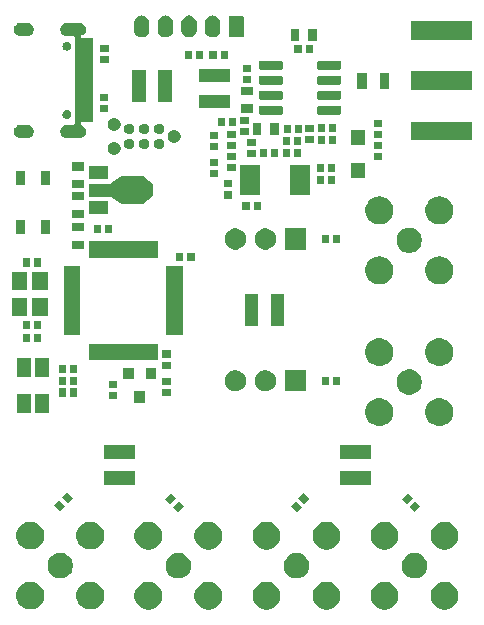
<source format=gts>
G04 #@! TF.GenerationSoftware,KiCad,Pcbnew,5.1.5+dfsg1-2build2*
G04 #@! TF.CreationDate,2020-09-27T17:25:33+02:00*
G04 #@! TF.ProjectId,tdr,7464722e-6b69-4636-9164-5f7063625858,rev?*
G04 #@! TF.SameCoordinates,Original*
G04 #@! TF.FileFunction,Soldermask,Top*
G04 #@! TF.FilePolarity,Negative*
%FSLAX46Y46*%
G04 Gerber Fmt 4.6, Leading zero omitted, Abs format (unit mm)*
G04 Created by KiCad (PCBNEW 5.1.5+dfsg1-2build2) date 2020-09-27 17:25:33*
%MOMM*%
%LPD*%
G04 APERTURE LIST*
%ADD10C,0.100000*%
G04 APERTURE END LIST*
D10*
G36*
X147731560Y-100429064D02*
G01*
X147883027Y-100459193D01*
X148097045Y-100547842D01*
X148097046Y-100547843D01*
X148289654Y-100676539D01*
X148453461Y-100840346D01*
X148539258Y-100968751D01*
X148582158Y-101032955D01*
X148670807Y-101246973D01*
X148716000Y-101474174D01*
X148716000Y-101705826D01*
X148670807Y-101933027D01*
X148582158Y-102147045D01*
X148582157Y-102147046D01*
X148453461Y-102339654D01*
X148289654Y-102503461D01*
X148161249Y-102589258D01*
X148097045Y-102632158D01*
X147883027Y-102720807D01*
X147731560Y-102750936D01*
X147655827Y-102766000D01*
X147424173Y-102766000D01*
X147348440Y-102750936D01*
X147196973Y-102720807D01*
X146982955Y-102632158D01*
X146918751Y-102589258D01*
X146790346Y-102503461D01*
X146626539Y-102339654D01*
X146497843Y-102147046D01*
X146497842Y-102147045D01*
X146409193Y-101933027D01*
X146364000Y-101705826D01*
X146364000Y-101474174D01*
X146409193Y-101246973D01*
X146497842Y-101032955D01*
X146540742Y-100968751D01*
X146626539Y-100840346D01*
X146790346Y-100676539D01*
X146982954Y-100547843D01*
X146982955Y-100547842D01*
X147196973Y-100459193D01*
X147348440Y-100429064D01*
X147424173Y-100414000D01*
X147655827Y-100414000D01*
X147731560Y-100429064D01*
G37*
G36*
X142651560Y-100429064D02*
G01*
X142803027Y-100459193D01*
X143017045Y-100547842D01*
X143017046Y-100547843D01*
X143209654Y-100676539D01*
X143373461Y-100840346D01*
X143459258Y-100968751D01*
X143502158Y-101032955D01*
X143590807Y-101246973D01*
X143636000Y-101474174D01*
X143636000Y-101705826D01*
X143590807Y-101933027D01*
X143502158Y-102147045D01*
X143502157Y-102147046D01*
X143373461Y-102339654D01*
X143209654Y-102503461D01*
X143081249Y-102589258D01*
X143017045Y-102632158D01*
X142803027Y-102720807D01*
X142651560Y-102750936D01*
X142575827Y-102766000D01*
X142344173Y-102766000D01*
X142268440Y-102750936D01*
X142116973Y-102720807D01*
X141902955Y-102632158D01*
X141838751Y-102589258D01*
X141710346Y-102503461D01*
X141546539Y-102339654D01*
X141417843Y-102147046D01*
X141417842Y-102147045D01*
X141329193Y-101933027D01*
X141284000Y-101705826D01*
X141284000Y-101474174D01*
X141329193Y-101246973D01*
X141417842Y-101032955D01*
X141460742Y-100968751D01*
X141546539Y-100840346D01*
X141710346Y-100676539D01*
X141902954Y-100547843D01*
X141902955Y-100547842D01*
X142116973Y-100459193D01*
X142268440Y-100429064D01*
X142344173Y-100414000D01*
X142575827Y-100414000D01*
X142651560Y-100429064D01*
G37*
G36*
X127731560Y-100429064D02*
G01*
X127883027Y-100459193D01*
X128097045Y-100547842D01*
X128097046Y-100547843D01*
X128289654Y-100676539D01*
X128453461Y-100840346D01*
X128539258Y-100968751D01*
X128582158Y-101032955D01*
X128670807Y-101246973D01*
X128716000Y-101474174D01*
X128716000Y-101705826D01*
X128670807Y-101933027D01*
X128582158Y-102147045D01*
X128582157Y-102147046D01*
X128453461Y-102339654D01*
X128289654Y-102503461D01*
X128161249Y-102589258D01*
X128097045Y-102632158D01*
X127883027Y-102720807D01*
X127731560Y-102750936D01*
X127655827Y-102766000D01*
X127424173Y-102766000D01*
X127348440Y-102750936D01*
X127196973Y-102720807D01*
X126982955Y-102632158D01*
X126918751Y-102589258D01*
X126790346Y-102503461D01*
X126626539Y-102339654D01*
X126497843Y-102147046D01*
X126497842Y-102147045D01*
X126409193Y-101933027D01*
X126364000Y-101705826D01*
X126364000Y-101474174D01*
X126409193Y-101246973D01*
X126497842Y-101032955D01*
X126540742Y-100968751D01*
X126626539Y-100840346D01*
X126790346Y-100676539D01*
X126982954Y-100547843D01*
X126982955Y-100547842D01*
X127196973Y-100459193D01*
X127348440Y-100429064D01*
X127424173Y-100414000D01*
X127655827Y-100414000D01*
X127731560Y-100429064D01*
G37*
G36*
X122651560Y-100429064D02*
G01*
X122803027Y-100459193D01*
X123017045Y-100547842D01*
X123017046Y-100547843D01*
X123209654Y-100676539D01*
X123373461Y-100840346D01*
X123459258Y-100968751D01*
X123502158Y-101032955D01*
X123590807Y-101246973D01*
X123636000Y-101474174D01*
X123636000Y-101705826D01*
X123590807Y-101933027D01*
X123502158Y-102147045D01*
X123502157Y-102147046D01*
X123373461Y-102339654D01*
X123209654Y-102503461D01*
X123081249Y-102589258D01*
X123017045Y-102632158D01*
X122803027Y-102720807D01*
X122651560Y-102750936D01*
X122575827Y-102766000D01*
X122344173Y-102766000D01*
X122268440Y-102750936D01*
X122116973Y-102720807D01*
X121902955Y-102632158D01*
X121838751Y-102589258D01*
X121710346Y-102503461D01*
X121546539Y-102339654D01*
X121417843Y-102147046D01*
X121417842Y-102147045D01*
X121329193Y-101933027D01*
X121284000Y-101705826D01*
X121284000Y-101474174D01*
X121329193Y-101246973D01*
X121417842Y-101032955D01*
X121460742Y-100968751D01*
X121546539Y-100840346D01*
X121710346Y-100676539D01*
X121902954Y-100547843D01*
X121902955Y-100547842D01*
X122116973Y-100459193D01*
X122268440Y-100429064D01*
X122344173Y-100414000D01*
X122575827Y-100414000D01*
X122651560Y-100429064D01*
G37*
G36*
X132651560Y-100429064D02*
G01*
X132803027Y-100459193D01*
X133017045Y-100547842D01*
X133017046Y-100547843D01*
X133209654Y-100676539D01*
X133373461Y-100840346D01*
X133459258Y-100968751D01*
X133502158Y-101032955D01*
X133590807Y-101246973D01*
X133636000Y-101474174D01*
X133636000Y-101705826D01*
X133590807Y-101933027D01*
X133502158Y-102147045D01*
X133502157Y-102147046D01*
X133373461Y-102339654D01*
X133209654Y-102503461D01*
X133081249Y-102589258D01*
X133017045Y-102632158D01*
X132803027Y-102720807D01*
X132651560Y-102750936D01*
X132575827Y-102766000D01*
X132344173Y-102766000D01*
X132268440Y-102750936D01*
X132116973Y-102720807D01*
X131902955Y-102632158D01*
X131838751Y-102589258D01*
X131710346Y-102503461D01*
X131546539Y-102339654D01*
X131417843Y-102147046D01*
X131417842Y-102147045D01*
X131329193Y-101933027D01*
X131284000Y-101705826D01*
X131284000Y-101474174D01*
X131329193Y-101246973D01*
X131417842Y-101032955D01*
X131460742Y-100968751D01*
X131546539Y-100840346D01*
X131710346Y-100676539D01*
X131902954Y-100547843D01*
X131902955Y-100547842D01*
X132116973Y-100459193D01*
X132268440Y-100429064D01*
X132344173Y-100414000D01*
X132575827Y-100414000D01*
X132651560Y-100429064D01*
G37*
G36*
X137731560Y-100429064D02*
G01*
X137883027Y-100459193D01*
X138097045Y-100547842D01*
X138097046Y-100547843D01*
X138289654Y-100676539D01*
X138453461Y-100840346D01*
X138539258Y-100968751D01*
X138582158Y-101032955D01*
X138670807Y-101246973D01*
X138716000Y-101474174D01*
X138716000Y-101705826D01*
X138670807Y-101933027D01*
X138582158Y-102147045D01*
X138582157Y-102147046D01*
X138453461Y-102339654D01*
X138289654Y-102503461D01*
X138161249Y-102589258D01*
X138097045Y-102632158D01*
X137883027Y-102720807D01*
X137731560Y-102750936D01*
X137655827Y-102766000D01*
X137424173Y-102766000D01*
X137348440Y-102750936D01*
X137196973Y-102720807D01*
X136982955Y-102632158D01*
X136918751Y-102589258D01*
X136790346Y-102503461D01*
X136626539Y-102339654D01*
X136497843Y-102147046D01*
X136497842Y-102147045D01*
X136409193Y-101933027D01*
X136364000Y-101705826D01*
X136364000Y-101474174D01*
X136409193Y-101246973D01*
X136497842Y-101032955D01*
X136540742Y-100968751D01*
X136626539Y-100840346D01*
X136790346Y-100676539D01*
X136982954Y-100547843D01*
X136982955Y-100547842D01*
X137196973Y-100459193D01*
X137348440Y-100429064D01*
X137424173Y-100414000D01*
X137655827Y-100414000D01*
X137731560Y-100429064D01*
G37*
G36*
X112651560Y-100419064D02*
G01*
X112803027Y-100449193D01*
X113017045Y-100537842D01*
X113081249Y-100580742D01*
X113209654Y-100666539D01*
X113373461Y-100830346D01*
X113459258Y-100958751D01*
X113502158Y-101022955D01*
X113590807Y-101236973D01*
X113636000Y-101464174D01*
X113636000Y-101695826D01*
X113590807Y-101923027D01*
X113502158Y-102137045D01*
X113459258Y-102201249D01*
X113373461Y-102329654D01*
X113209654Y-102493461D01*
X113081249Y-102579258D01*
X113017045Y-102622158D01*
X112803027Y-102710807D01*
X112651560Y-102740936D01*
X112575827Y-102756000D01*
X112344173Y-102756000D01*
X112268440Y-102740936D01*
X112116973Y-102710807D01*
X111902955Y-102622158D01*
X111838751Y-102579258D01*
X111710346Y-102493461D01*
X111546539Y-102329654D01*
X111460742Y-102201249D01*
X111417842Y-102137045D01*
X111329193Y-101923027D01*
X111284000Y-101695826D01*
X111284000Y-101464174D01*
X111329193Y-101236973D01*
X111417842Y-101022955D01*
X111460742Y-100958751D01*
X111546539Y-100830346D01*
X111710346Y-100666539D01*
X111838751Y-100580742D01*
X111902955Y-100537842D01*
X112116973Y-100449193D01*
X112268440Y-100419064D01*
X112344173Y-100404000D01*
X112575827Y-100404000D01*
X112651560Y-100419064D01*
G37*
G36*
X117731560Y-100419064D02*
G01*
X117883027Y-100449193D01*
X118097045Y-100537842D01*
X118161249Y-100580742D01*
X118289654Y-100666539D01*
X118453461Y-100830346D01*
X118539258Y-100958751D01*
X118582158Y-101022955D01*
X118670807Y-101236973D01*
X118716000Y-101464174D01*
X118716000Y-101695826D01*
X118670807Y-101923027D01*
X118582158Y-102137045D01*
X118539258Y-102201249D01*
X118453461Y-102329654D01*
X118289654Y-102493461D01*
X118161249Y-102579258D01*
X118097045Y-102622158D01*
X117883027Y-102710807D01*
X117731560Y-102740936D01*
X117655827Y-102756000D01*
X117424173Y-102756000D01*
X117348440Y-102740936D01*
X117196973Y-102710807D01*
X116982955Y-102622158D01*
X116918751Y-102579258D01*
X116790346Y-102493461D01*
X116626539Y-102329654D01*
X116540742Y-102201249D01*
X116497842Y-102137045D01*
X116409193Y-101923027D01*
X116364000Y-101695826D01*
X116364000Y-101464174D01*
X116409193Y-101236973D01*
X116497842Y-101022955D01*
X116540742Y-100958751D01*
X116626539Y-100830346D01*
X116790346Y-100666539D01*
X116918751Y-100580742D01*
X116982955Y-100537842D01*
X117196973Y-100449193D01*
X117348440Y-100419064D01*
X117424173Y-100404000D01*
X117655827Y-100404000D01*
X117731560Y-100419064D01*
G37*
G36*
X145175271Y-97987783D02*
G01*
X145313858Y-98015350D01*
X145509677Y-98096461D01*
X145685910Y-98214216D01*
X145835784Y-98364090D01*
X145953539Y-98540323D01*
X146034650Y-98736142D01*
X146076000Y-98944023D01*
X146076000Y-99155977D01*
X146034650Y-99363858D01*
X145953539Y-99559677D01*
X145835784Y-99735910D01*
X145685910Y-99885784D01*
X145509677Y-100003539D01*
X145313858Y-100084650D01*
X145175271Y-100112217D01*
X145105978Y-100126000D01*
X144894022Y-100126000D01*
X144824729Y-100112217D01*
X144686142Y-100084650D01*
X144490323Y-100003539D01*
X144314090Y-99885784D01*
X144164216Y-99735910D01*
X144046461Y-99559677D01*
X143965350Y-99363858D01*
X143924000Y-99155977D01*
X143924000Y-98944023D01*
X143965350Y-98736142D01*
X144046461Y-98540323D01*
X144164216Y-98364090D01*
X144314090Y-98214216D01*
X144490323Y-98096461D01*
X144686142Y-98015350D01*
X144824729Y-97987783D01*
X144894022Y-97974000D01*
X145105978Y-97974000D01*
X145175271Y-97987783D01*
G37*
G36*
X125175271Y-97987783D02*
G01*
X125313858Y-98015350D01*
X125509677Y-98096461D01*
X125685910Y-98214216D01*
X125835784Y-98364090D01*
X125953539Y-98540323D01*
X126034650Y-98736142D01*
X126076000Y-98944023D01*
X126076000Y-99155977D01*
X126034650Y-99363858D01*
X125953539Y-99559677D01*
X125835784Y-99735910D01*
X125685910Y-99885784D01*
X125509677Y-100003539D01*
X125313858Y-100084650D01*
X125175271Y-100112217D01*
X125105978Y-100126000D01*
X124894022Y-100126000D01*
X124824729Y-100112217D01*
X124686142Y-100084650D01*
X124490323Y-100003539D01*
X124314090Y-99885784D01*
X124164216Y-99735910D01*
X124046461Y-99559677D01*
X123965350Y-99363858D01*
X123924000Y-99155977D01*
X123924000Y-98944023D01*
X123965350Y-98736142D01*
X124046461Y-98540323D01*
X124164216Y-98364090D01*
X124314090Y-98214216D01*
X124490323Y-98096461D01*
X124686142Y-98015350D01*
X124824729Y-97987783D01*
X124894022Y-97974000D01*
X125105978Y-97974000D01*
X125175271Y-97987783D01*
G37*
G36*
X135175271Y-97987783D02*
G01*
X135313858Y-98015350D01*
X135509677Y-98096461D01*
X135685910Y-98214216D01*
X135835784Y-98364090D01*
X135953539Y-98540323D01*
X136034650Y-98736142D01*
X136076000Y-98944023D01*
X136076000Y-99155977D01*
X136034650Y-99363858D01*
X135953539Y-99559677D01*
X135835784Y-99735910D01*
X135685910Y-99885784D01*
X135509677Y-100003539D01*
X135313858Y-100084650D01*
X135175271Y-100112217D01*
X135105978Y-100126000D01*
X134894022Y-100126000D01*
X134824729Y-100112217D01*
X134686142Y-100084650D01*
X134490323Y-100003539D01*
X134314090Y-99885784D01*
X134164216Y-99735910D01*
X134046461Y-99559677D01*
X133965350Y-99363858D01*
X133924000Y-99155977D01*
X133924000Y-98944023D01*
X133965350Y-98736142D01*
X134046461Y-98540323D01*
X134164216Y-98364090D01*
X134314090Y-98214216D01*
X134490323Y-98096461D01*
X134686142Y-98015350D01*
X134824729Y-97987783D01*
X134894022Y-97974000D01*
X135105978Y-97974000D01*
X135175271Y-97987783D01*
G37*
G36*
X115156251Y-97974000D02*
G01*
X115313858Y-98005350D01*
X115509677Y-98086461D01*
X115685910Y-98204216D01*
X115835784Y-98354090D01*
X115953539Y-98530323D01*
X116034650Y-98726142D01*
X116076000Y-98934023D01*
X116076000Y-99145977D01*
X116034650Y-99353858D01*
X115953539Y-99549677D01*
X115835784Y-99725910D01*
X115685910Y-99875784D01*
X115509677Y-99993539D01*
X115313858Y-100074650D01*
X115175271Y-100102217D01*
X115105978Y-100116000D01*
X114894022Y-100116000D01*
X114824729Y-100102217D01*
X114686142Y-100074650D01*
X114490323Y-99993539D01*
X114314090Y-99875784D01*
X114164216Y-99725910D01*
X114046461Y-99549677D01*
X113965350Y-99353858D01*
X113924000Y-99145977D01*
X113924000Y-98934023D01*
X113965350Y-98726142D01*
X114046461Y-98530323D01*
X114164216Y-98354090D01*
X114314090Y-98204216D01*
X114490323Y-98086461D01*
X114686142Y-98005350D01*
X114843749Y-97974000D01*
X114894022Y-97964000D01*
X115105978Y-97964000D01*
X115156251Y-97974000D01*
G37*
G36*
X137731560Y-95349064D02*
G01*
X137883027Y-95379193D01*
X138097045Y-95467842D01*
X138097046Y-95467843D01*
X138289654Y-95596539D01*
X138453461Y-95760346D01*
X138539258Y-95888751D01*
X138582158Y-95952955D01*
X138670807Y-96166973D01*
X138716000Y-96394174D01*
X138716000Y-96625826D01*
X138670807Y-96853027D01*
X138582158Y-97067045D01*
X138582157Y-97067046D01*
X138453461Y-97259654D01*
X138289654Y-97423461D01*
X138161249Y-97509258D01*
X138097045Y-97552158D01*
X137883027Y-97640807D01*
X137731560Y-97670936D01*
X137655827Y-97686000D01*
X137424173Y-97686000D01*
X137348440Y-97670936D01*
X137196973Y-97640807D01*
X136982955Y-97552158D01*
X136918751Y-97509258D01*
X136790346Y-97423461D01*
X136626539Y-97259654D01*
X136497843Y-97067046D01*
X136497842Y-97067045D01*
X136409193Y-96853027D01*
X136364000Y-96625826D01*
X136364000Y-96394174D01*
X136409193Y-96166973D01*
X136497842Y-95952955D01*
X136540742Y-95888751D01*
X136626539Y-95760346D01*
X136790346Y-95596539D01*
X136982954Y-95467843D01*
X136982955Y-95467842D01*
X137196973Y-95379193D01*
X137348440Y-95349064D01*
X137424173Y-95334000D01*
X137655827Y-95334000D01*
X137731560Y-95349064D01*
G37*
G36*
X132651560Y-95349064D02*
G01*
X132803027Y-95379193D01*
X133017045Y-95467842D01*
X133017046Y-95467843D01*
X133209654Y-95596539D01*
X133373461Y-95760346D01*
X133459258Y-95888751D01*
X133502158Y-95952955D01*
X133590807Y-96166973D01*
X133636000Y-96394174D01*
X133636000Y-96625826D01*
X133590807Y-96853027D01*
X133502158Y-97067045D01*
X133502157Y-97067046D01*
X133373461Y-97259654D01*
X133209654Y-97423461D01*
X133081249Y-97509258D01*
X133017045Y-97552158D01*
X132803027Y-97640807D01*
X132651560Y-97670936D01*
X132575827Y-97686000D01*
X132344173Y-97686000D01*
X132268440Y-97670936D01*
X132116973Y-97640807D01*
X131902955Y-97552158D01*
X131838751Y-97509258D01*
X131710346Y-97423461D01*
X131546539Y-97259654D01*
X131417843Y-97067046D01*
X131417842Y-97067045D01*
X131329193Y-96853027D01*
X131284000Y-96625826D01*
X131284000Y-96394174D01*
X131329193Y-96166973D01*
X131417842Y-95952955D01*
X131460742Y-95888751D01*
X131546539Y-95760346D01*
X131710346Y-95596539D01*
X131902954Y-95467843D01*
X131902955Y-95467842D01*
X132116973Y-95379193D01*
X132268440Y-95349064D01*
X132344173Y-95334000D01*
X132575827Y-95334000D01*
X132651560Y-95349064D01*
G37*
G36*
X127731560Y-95349064D02*
G01*
X127883027Y-95379193D01*
X128097045Y-95467842D01*
X128097046Y-95467843D01*
X128289654Y-95596539D01*
X128453461Y-95760346D01*
X128539258Y-95888751D01*
X128582158Y-95952955D01*
X128670807Y-96166973D01*
X128716000Y-96394174D01*
X128716000Y-96625826D01*
X128670807Y-96853027D01*
X128582158Y-97067045D01*
X128582157Y-97067046D01*
X128453461Y-97259654D01*
X128289654Y-97423461D01*
X128161249Y-97509258D01*
X128097045Y-97552158D01*
X127883027Y-97640807D01*
X127731560Y-97670936D01*
X127655827Y-97686000D01*
X127424173Y-97686000D01*
X127348440Y-97670936D01*
X127196973Y-97640807D01*
X126982955Y-97552158D01*
X126918751Y-97509258D01*
X126790346Y-97423461D01*
X126626539Y-97259654D01*
X126497843Y-97067046D01*
X126497842Y-97067045D01*
X126409193Y-96853027D01*
X126364000Y-96625826D01*
X126364000Y-96394174D01*
X126409193Y-96166973D01*
X126497842Y-95952955D01*
X126540742Y-95888751D01*
X126626539Y-95760346D01*
X126790346Y-95596539D01*
X126982954Y-95467843D01*
X126982955Y-95467842D01*
X127196973Y-95379193D01*
X127348440Y-95349064D01*
X127424173Y-95334000D01*
X127655827Y-95334000D01*
X127731560Y-95349064D01*
G37*
G36*
X122651560Y-95349064D02*
G01*
X122803027Y-95379193D01*
X123017045Y-95467842D01*
X123017046Y-95467843D01*
X123209654Y-95596539D01*
X123373461Y-95760346D01*
X123459258Y-95888751D01*
X123502158Y-95952955D01*
X123590807Y-96166973D01*
X123636000Y-96394174D01*
X123636000Y-96625826D01*
X123590807Y-96853027D01*
X123502158Y-97067045D01*
X123502157Y-97067046D01*
X123373461Y-97259654D01*
X123209654Y-97423461D01*
X123081249Y-97509258D01*
X123017045Y-97552158D01*
X122803027Y-97640807D01*
X122651560Y-97670936D01*
X122575827Y-97686000D01*
X122344173Y-97686000D01*
X122268440Y-97670936D01*
X122116973Y-97640807D01*
X121902955Y-97552158D01*
X121838751Y-97509258D01*
X121710346Y-97423461D01*
X121546539Y-97259654D01*
X121417843Y-97067046D01*
X121417842Y-97067045D01*
X121329193Y-96853027D01*
X121284000Y-96625826D01*
X121284000Y-96394174D01*
X121329193Y-96166973D01*
X121417842Y-95952955D01*
X121460742Y-95888751D01*
X121546539Y-95760346D01*
X121710346Y-95596539D01*
X121902954Y-95467843D01*
X121902955Y-95467842D01*
X122116973Y-95379193D01*
X122268440Y-95349064D01*
X122344173Y-95334000D01*
X122575827Y-95334000D01*
X122651560Y-95349064D01*
G37*
G36*
X142651560Y-95349064D02*
G01*
X142803027Y-95379193D01*
X143017045Y-95467842D01*
X143017046Y-95467843D01*
X143209654Y-95596539D01*
X143373461Y-95760346D01*
X143459258Y-95888751D01*
X143502158Y-95952955D01*
X143590807Y-96166973D01*
X143636000Y-96394174D01*
X143636000Y-96625826D01*
X143590807Y-96853027D01*
X143502158Y-97067045D01*
X143502157Y-97067046D01*
X143373461Y-97259654D01*
X143209654Y-97423461D01*
X143081249Y-97509258D01*
X143017045Y-97552158D01*
X142803027Y-97640807D01*
X142651560Y-97670936D01*
X142575827Y-97686000D01*
X142344173Y-97686000D01*
X142268440Y-97670936D01*
X142116973Y-97640807D01*
X141902955Y-97552158D01*
X141838751Y-97509258D01*
X141710346Y-97423461D01*
X141546539Y-97259654D01*
X141417843Y-97067046D01*
X141417842Y-97067045D01*
X141329193Y-96853027D01*
X141284000Y-96625826D01*
X141284000Y-96394174D01*
X141329193Y-96166973D01*
X141417842Y-95952955D01*
X141460742Y-95888751D01*
X141546539Y-95760346D01*
X141710346Y-95596539D01*
X141902954Y-95467843D01*
X141902955Y-95467842D01*
X142116973Y-95379193D01*
X142268440Y-95349064D01*
X142344173Y-95334000D01*
X142575827Y-95334000D01*
X142651560Y-95349064D01*
G37*
G36*
X147731560Y-95349064D02*
G01*
X147883027Y-95379193D01*
X148097045Y-95467842D01*
X148097046Y-95467843D01*
X148289654Y-95596539D01*
X148453461Y-95760346D01*
X148539258Y-95888751D01*
X148582158Y-95952955D01*
X148670807Y-96166973D01*
X148716000Y-96394174D01*
X148716000Y-96625826D01*
X148670807Y-96853027D01*
X148582158Y-97067045D01*
X148582157Y-97067046D01*
X148453461Y-97259654D01*
X148289654Y-97423461D01*
X148161249Y-97509258D01*
X148097045Y-97552158D01*
X147883027Y-97640807D01*
X147731560Y-97670936D01*
X147655827Y-97686000D01*
X147424173Y-97686000D01*
X147348440Y-97670936D01*
X147196973Y-97640807D01*
X146982955Y-97552158D01*
X146918751Y-97509258D01*
X146790346Y-97423461D01*
X146626539Y-97259654D01*
X146497843Y-97067046D01*
X146497842Y-97067045D01*
X146409193Y-96853027D01*
X146364000Y-96625826D01*
X146364000Y-96394174D01*
X146409193Y-96166973D01*
X146497842Y-95952955D01*
X146540742Y-95888751D01*
X146626539Y-95760346D01*
X146790346Y-95596539D01*
X146982954Y-95467843D01*
X146982955Y-95467842D01*
X147196973Y-95379193D01*
X147348440Y-95349064D01*
X147424173Y-95334000D01*
X147655827Y-95334000D01*
X147731560Y-95349064D01*
G37*
G36*
X117731560Y-95339064D02*
G01*
X117883027Y-95369193D01*
X118097045Y-95457842D01*
X118161249Y-95500742D01*
X118289654Y-95586539D01*
X118453461Y-95750346D01*
X118539258Y-95878751D01*
X118582158Y-95942955D01*
X118670807Y-96156973D01*
X118716000Y-96384174D01*
X118716000Y-96615826D01*
X118670807Y-96843027D01*
X118582158Y-97057045D01*
X118539258Y-97121249D01*
X118453461Y-97249654D01*
X118289654Y-97413461D01*
X118161249Y-97499258D01*
X118097045Y-97542158D01*
X117883027Y-97630807D01*
X117731560Y-97660936D01*
X117655827Y-97676000D01*
X117424173Y-97676000D01*
X117348440Y-97660936D01*
X117196973Y-97630807D01*
X116982955Y-97542158D01*
X116918751Y-97499258D01*
X116790346Y-97413461D01*
X116626539Y-97249654D01*
X116540742Y-97121249D01*
X116497842Y-97057045D01*
X116409193Y-96843027D01*
X116364000Y-96615826D01*
X116364000Y-96384174D01*
X116409193Y-96156973D01*
X116497842Y-95942955D01*
X116540742Y-95878751D01*
X116626539Y-95750346D01*
X116790346Y-95586539D01*
X116918751Y-95500742D01*
X116982955Y-95457842D01*
X117196973Y-95369193D01*
X117348440Y-95339064D01*
X117424173Y-95324000D01*
X117655827Y-95324000D01*
X117731560Y-95339064D01*
G37*
G36*
X112651560Y-95339064D02*
G01*
X112803027Y-95369193D01*
X113017045Y-95457842D01*
X113081249Y-95500742D01*
X113209654Y-95586539D01*
X113373461Y-95750346D01*
X113459258Y-95878751D01*
X113502158Y-95942955D01*
X113590807Y-96156973D01*
X113636000Y-96384174D01*
X113636000Y-96615826D01*
X113590807Y-96843027D01*
X113502158Y-97057045D01*
X113459258Y-97121249D01*
X113373461Y-97249654D01*
X113209654Y-97413461D01*
X113081249Y-97499258D01*
X113017045Y-97542158D01*
X112803027Y-97630807D01*
X112651560Y-97660936D01*
X112575827Y-97676000D01*
X112344173Y-97676000D01*
X112268440Y-97660936D01*
X112116973Y-97630807D01*
X111902955Y-97542158D01*
X111838751Y-97499258D01*
X111710346Y-97413461D01*
X111546539Y-97249654D01*
X111460742Y-97121249D01*
X111417842Y-97057045D01*
X111329193Y-96843027D01*
X111284000Y-96615826D01*
X111284000Y-96384174D01*
X111329193Y-96156973D01*
X111417842Y-95942955D01*
X111460742Y-95878751D01*
X111546539Y-95750346D01*
X111710346Y-95586539D01*
X111838751Y-95500742D01*
X111902955Y-95457842D01*
X112116973Y-95369193D01*
X112268440Y-95339064D01*
X112344173Y-95324000D01*
X112575827Y-95324000D01*
X112651560Y-95339064D01*
G37*
G36*
X125493374Y-93996985D02*
G01*
X124996985Y-94493374D01*
X124571306Y-94067695D01*
X125067695Y-93571306D01*
X125493374Y-93996985D01*
G37*
G36*
X135428694Y-94067695D02*
G01*
X135003015Y-94493374D01*
X134506626Y-93996985D01*
X134932305Y-93571306D01*
X135428694Y-94067695D01*
G37*
G36*
X145493374Y-93996985D02*
G01*
X144996985Y-94493374D01*
X144571306Y-94067695D01*
X145067695Y-93571306D01*
X145493374Y-93996985D01*
G37*
G36*
X115428694Y-93967695D02*
G01*
X115003015Y-94393374D01*
X114506626Y-93896985D01*
X114932305Y-93471306D01*
X115428694Y-93967695D01*
G37*
G36*
X144828694Y-93332305D02*
G01*
X144332305Y-93828694D01*
X143906626Y-93403015D01*
X144403015Y-92906626D01*
X144828694Y-93332305D01*
G37*
G36*
X124828694Y-93332305D02*
G01*
X124332305Y-93828694D01*
X123906626Y-93403015D01*
X124403015Y-92906626D01*
X124828694Y-93332305D01*
G37*
G36*
X136093374Y-93403015D02*
G01*
X135667695Y-93828694D01*
X135171306Y-93332305D01*
X135596985Y-92906626D01*
X136093374Y-93403015D01*
G37*
G36*
X116093374Y-93303015D02*
G01*
X115667695Y-93728694D01*
X115171306Y-93232305D01*
X115596985Y-92806626D01*
X116093374Y-93303015D01*
G37*
G36*
X121326000Y-92181000D02*
G01*
X118674000Y-92181000D01*
X118674000Y-91019000D01*
X121326000Y-91019000D01*
X121326000Y-92181000D01*
G37*
G36*
X141326000Y-92181000D02*
G01*
X138674000Y-92181000D01*
X138674000Y-91019000D01*
X141326000Y-91019000D01*
X141326000Y-92181000D01*
G37*
G36*
X121326000Y-89981000D02*
G01*
X118674000Y-89981000D01*
X118674000Y-88819000D01*
X121326000Y-88819000D01*
X121326000Y-89981000D01*
G37*
G36*
X141326000Y-89981000D02*
G01*
X138674000Y-89981000D01*
X138674000Y-88819000D01*
X141326000Y-88819000D01*
X141326000Y-89981000D01*
G37*
G36*
X147281560Y-84879064D02*
G01*
X147433027Y-84909193D01*
X147647045Y-84997842D01*
X147647046Y-84997843D01*
X147839654Y-85126539D01*
X148003461Y-85290346D01*
X148089258Y-85418751D01*
X148132158Y-85482955D01*
X148220807Y-85696973D01*
X148266000Y-85924174D01*
X148266000Y-86155826D01*
X148220807Y-86383027D01*
X148132158Y-86597045D01*
X148132157Y-86597046D01*
X148003461Y-86789654D01*
X147839654Y-86953461D01*
X147711249Y-87039258D01*
X147647045Y-87082158D01*
X147433027Y-87170807D01*
X147281560Y-87200936D01*
X147205827Y-87216000D01*
X146974173Y-87216000D01*
X146898440Y-87200936D01*
X146746973Y-87170807D01*
X146532955Y-87082158D01*
X146468751Y-87039258D01*
X146340346Y-86953461D01*
X146176539Y-86789654D01*
X146047843Y-86597046D01*
X146047842Y-86597045D01*
X145959193Y-86383027D01*
X145914000Y-86155826D01*
X145914000Y-85924174D01*
X145959193Y-85696973D01*
X146047842Y-85482955D01*
X146090742Y-85418751D01*
X146176539Y-85290346D01*
X146340346Y-85126539D01*
X146532954Y-84997843D01*
X146532955Y-84997842D01*
X146746973Y-84909193D01*
X146898440Y-84879064D01*
X146974173Y-84864000D01*
X147205827Y-84864000D01*
X147281560Y-84879064D01*
G37*
G36*
X142201560Y-84879064D02*
G01*
X142353027Y-84909193D01*
X142567045Y-84997842D01*
X142567046Y-84997843D01*
X142759654Y-85126539D01*
X142923461Y-85290346D01*
X143009258Y-85418751D01*
X143052158Y-85482955D01*
X143140807Y-85696973D01*
X143186000Y-85924174D01*
X143186000Y-86155826D01*
X143140807Y-86383027D01*
X143052158Y-86597045D01*
X143052157Y-86597046D01*
X142923461Y-86789654D01*
X142759654Y-86953461D01*
X142631249Y-87039258D01*
X142567045Y-87082158D01*
X142353027Y-87170807D01*
X142201560Y-87200936D01*
X142125827Y-87216000D01*
X141894173Y-87216000D01*
X141818440Y-87200936D01*
X141666973Y-87170807D01*
X141452955Y-87082158D01*
X141388751Y-87039258D01*
X141260346Y-86953461D01*
X141096539Y-86789654D01*
X140967843Y-86597046D01*
X140967842Y-86597045D01*
X140879193Y-86383027D01*
X140834000Y-86155826D01*
X140834000Y-85924174D01*
X140879193Y-85696973D01*
X140967842Y-85482955D01*
X141010742Y-85418751D01*
X141096539Y-85290346D01*
X141260346Y-85126539D01*
X141452954Y-84997843D01*
X141452955Y-84997842D01*
X141666973Y-84909193D01*
X141818440Y-84879064D01*
X141894173Y-84864000D01*
X142125827Y-84864000D01*
X142201560Y-84879064D01*
G37*
G36*
X114051000Y-86101000D02*
G01*
X112849000Y-86101000D01*
X112849000Y-84499000D01*
X114051000Y-84499000D01*
X114051000Y-86101000D01*
G37*
G36*
X112551000Y-86101000D02*
G01*
X111349000Y-86101000D01*
X111349000Y-84499000D01*
X112551000Y-84499000D01*
X112551000Y-86101000D01*
G37*
G36*
X122174223Y-85288436D02*
G01*
X121272223Y-85288436D01*
X121272223Y-84286436D01*
X122174223Y-84286436D01*
X122174223Y-85288436D01*
G37*
G36*
X119824224Y-84971000D02*
G01*
X119122224Y-84971000D01*
X119122224Y-84369000D01*
X119824224Y-84369000D01*
X119824224Y-84971000D01*
G37*
G36*
X115481000Y-84751000D02*
G01*
X114879000Y-84751000D01*
X114879000Y-84049000D01*
X115481000Y-84049000D01*
X115481000Y-84751000D01*
G37*
G36*
X116421000Y-84751000D02*
G01*
X115819000Y-84751000D01*
X115819000Y-84049000D01*
X116421000Y-84049000D01*
X116421000Y-84751000D01*
G37*
G36*
X124351000Y-84671000D02*
G01*
X123649000Y-84671000D01*
X123649000Y-84069000D01*
X124351000Y-84069000D01*
X124351000Y-84671000D01*
G37*
G36*
X144725271Y-82437783D02*
G01*
X144863858Y-82465350D01*
X145059677Y-82546461D01*
X145235910Y-82664216D01*
X145385784Y-82814090D01*
X145503539Y-82990323D01*
X145584650Y-83186142D01*
X145626000Y-83394023D01*
X145626000Y-83605977D01*
X145584650Y-83813858D01*
X145503539Y-84009677D01*
X145385784Y-84185910D01*
X145235910Y-84335784D01*
X145059677Y-84453539D01*
X144863858Y-84534650D01*
X144725271Y-84562217D01*
X144655978Y-84576000D01*
X144444022Y-84576000D01*
X144374729Y-84562217D01*
X144236142Y-84534650D01*
X144040323Y-84453539D01*
X143864090Y-84335784D01*
X143714216Y-84185910D01*
X143596461Y-84009677D01*
X143515350Y-83813858D01*
X143474000Y-83605977D01*
X143474000Y-83394023D01*
X143515350Y-83186142D01*
X143596461Y-82990323D01*
X143714216Y-82814090D01*
X143864090Y-82664216D01*
X144040323Y-82546461D01*
X144236142Y-82465350D01*
X144374729Y-82437783D01*
X144444022Y-82424000D01*
X144655978Y-82424000D01*
X144725271Y-82437783D01*
G37*
G36*
X135801000Y-84301000D02*
G01*
X133999000Y-84301000D01*
X133999000Y-82499000D01*
X135801000Y-82499000D01*
X135801000Y-84301000D01*
G37*
G36*
X129933512Y-82503927D02*
G01*
X130082812Y-82533624D01*
X130246784Y-82601544D01*
X130394354Y-82700147D01*
X130519853Y-82825646D01*
X130618456Y-82973216D01*
X130686376Y-83137188D01*
X130721000Y-83311259D01*
X130721000Y-83488741D01*
X130686376Y-83662812D01*
X130618456Y-83826784D01*
X130519853Y-83974354D01*
X130394354Y-84099853D01*
X130246784Y-84198456D01*
X130082812Y-84266376D01*
X129933512Y-84296073D01*
X129908742Y-84301000D01*
X129731258Y-84301000D01*
X129706488Y-84296073D01*
X129557188Y-84266376D01*
X129393216Y-84198456D01*
X129245646Y-84099853D01*
X129120147Y-83974354D01*
X129021544Y-83826784D01*
X128953624Y-83662812D01*
X128919000Y-83488741D01*
X128919000Y-83311259D01*
X128953624Y-83137188D01*
X129021544Y-82973216D01*
X129120147Y-82825646D01*
X129245646Y-82700147D01*
X129393216Y-82601544D01*
X129557188Y-82533624D01*
X129706488Y-82503927D01*
X129731258Y-82499000D01*
X129908742Y-82499000D01*
X129933512Y-82503927D01*
G37*
G36*
X132473512Y-82503927D02*
G01*
X132622812Y-82533624D01*
X132786784Y-82601544D01*
X132934354Y-82700147D01*
X133059853Y-82825646D01*
X133158456Y-82973216D01*
X133226376Y-83137188D01*
X133261000Y-83311259D01*
X133261000Y-83488741D01*
X133226376Y-83662812D01*
X133158456Y-83826784D01*
X133059853Y-83974354D01*
X132934354Y-84099853D01*
X132786784Y-84198456D01*
X132622812Y-84266376D01*
X132473512Y-84296073D01*
X132448742Y-84301000D01*
X132271258Y-84301000D01*
X132246488Y-84296073D01*
X132097188Y-84266376D01*
X131933216Y-84198456D01*
X131785646Y-84099853D01*
X131660147Y-83974354D01*
X131561544Y-83826784D01*
X131493624Y-83662812D01*
X131459000Y-83488741D01*
X131459000Y-83311259D01*
X131493624Y-83137188D01*
X131561544Y-82973216D01*
X131660147Y-82825646D01*
X131785646Y-82700147D01*
X131933216Y-82601544D01*
X132097188Y-82533624D01*
X132246488Y-82503927D01*
X132271258Y-82499000D01*
X132448742Y-82499000D01*
X132473512Y-82503927D01*
G37*
G36*
X119824224Y-84031000D02*
G01*
X119122224Y-84031000D01*
X119122224Y-83429000D01*
X119824224Y-83429000D01*
X119824224Y-84031000D01*
G37*
G36*
X116421000Y-83751000D02*
G01*
X115819000Y-83751000D01*
X115819000Y-83049000D01*
X116421000Y-83049000D01*
X116421000Y-83751000D01*
G37*
G36*
X137731000Y-83751000D02*
G01*
X137129000Y-83751000D01*
X137129000Y-83049000D01*
X137731000Y-83049000D01*
X137731000Y-83751000D01*
G37*
G36*
X115481000Y-83751000D02*
G01*
X114879000Y-83751000D01*
X114879000Y-83049000D01*
X115481000Y-83049000D01*
X115481000Y-83751000D01*
G37*
G36*
X138671000Y-83751000D02*
G01*
X138069000Y-83751000D01*
X138069000Y-83049000D01*
X138671000Y-83049000D01*
X138671000Y-83751000D01*
G37*
G36*
X124351000Y-83731000D02*
G01*
X123649000Y-83731000D01*
X123649000Y-83129000D01*
X124351000Y-83129000D01*
X124351000Y-83731000D01*
G37*
G36*
X123124223Y-83288436D02*
G01*
X122222223Y-83288436D01*
X122222223Y-82286436D01*
X123124223Y-82286436D01*
X123124223Y-83288436D01*
G37*
G36*
X121224223Y-83288436D02*
G01*
X120322223Y-83288436D01*
X120322223Y-82286436D01*
X121224223Y-82286436D01*
X121224223Y-83288436D01*
G37*
G36*
X112551000Y-83101000D02*
G01*
X111349000Y-83101000D01*
X111349000Y-81499000D01*
X112551000Y-81499000D01*
X112551000Y-83101000D01*
G37*
G36*
X114051000Y-83101000D02*
G01*
X112849000Y-83101000D01*
X112849000Y-81499000D01*
X114051000Y-81499000D01*
X114051000Y-83101000D01*
G37*
G36*
X116421000Y-82751000D02*
G01*
X115819000Y-82751000D01*
X115819000Y-82049000D01*
X116421000Y-82049000D01*
X116421000Y-82751000D01*
G37*
G36*
X115481000Y-82751000D02*
G01*
X114879000Y-82751000D01*
X114879000Y-82049000D01*
X115481000Y-82049000D01*
X115481000Y-82751000D01*
G37*
G36*
X124351000Y-82371000D02*
G01*
X123649000Y-82371000D01*
X123649000Y-81769000D01*
X124351000Y-81769000D01*
X124351000Y-82371000D01*
G37*
G36*
X147281560Y-79799064D02*
G01*
X147433027Y-79829193D01*
X147647045Y-79917842D01*
X147647046Y-79917843D01*
X147839654Y-80046539D01*
X148003461Y-80210346D01*
X148089258Y-80338751D01*
X148132158Y-80402955D01*
X148220807Y-80616973D01*
X148266000Y-80844174D01*
X148266000Y-81075826D01*
X148220807Y-81303027D01*
X148132158Y-81517045D01*
X148132157Y-81517046D01*
X148003461Y-81709654D01*
X147839654Y-81873461D01*
X147711249Y-81959258D01*
X147647045Y-82002158D01*
X147433027Y-82090807D01*
X147281560Y-82120936D01*
X147205827Y-82136000D01*
X146974173Y-82136000D01*
X146898440Y-82120936D01*
X146746973Y-82090807D01*
X146532955Y-82002158D01*
X146468751Y-81959258D01*
X146340346Y-81873461D01*
X146176539Y-81709654D01*
X146047843Y-81517046D01*
X146047842Y-81517045D01*
X145959193Y-81303027D01*
X145914000Y-81075826D01*
X145914000Y-80844174D01*
X145959193Y-80616973D01*
X146047842Y-80402955D01*
X146090742Y-80338751D01*
X146176539Y-80210346D01*
X146340346Y-80046539D01*
X146532954Y-79917843D01*
X146532955Y-79917842D01*
X146746973Y-79829193D01*
X146898440Y-79799064D01*
X146974173Y-79784000D01*
X147205827Y-79784000D01*
X147281560Y-79799064D01*
G37*
G36*
X142201560Y-79799064D02*
G01*
X142353027Y-79829193D01*
X142567045Y-79917842D01*
X142567046Y-79917843D01*
X142759654Y-80046539D01*
X142923461Y-80210346D01*
X143009258Y-80338751D01*
X143052158Y-80402955D01*
X143140807Y-80616973D01*
X143186000Y-80844174D01*
X143186000Y-81075826D01*
X143140807Y-81303027D01*
X143052158Y-81517045D01*
X143052157Y-81517046D01*
X142923461Y-81709654D01*
X142759654Y-81873461D01*
X142631249Y-81959258D01*
X142567045Y-82002158D01*
X142353027Y-82090807D01*
X142201560Y-82120936D01*
X142125827Y-82136000D01*
X141894173Y-82136000D01*
X141818440Y-82120936D01*
X141666973Y-82090807D01*
X141452955Y-82002158D01*
X141388751Y-81959258D01*
X141260346Y-81873461D01*
X141096539Y-81709654D01*
X140967843Y-81517046D01*
X140967842Y-81517045D01*
X140879193Y-81303027D01*
X140834000Y-81075826D01*
X140834000Y-80844174D01*
X140879193Y-80616973D01*
X140967842Y-80402955D01*
X141010742Y-80338751D01*
X141096539Y-80210346D01*
X141260346Y-80046539D01*
X141452954Y-79917843D01*
X141452955Y-79917842D01*
X141666973Y-79829193D01*
X141818440Y-79799064D01*
X141894173Y-79784000D01*
X142125827Y-79784000D01*
X142201560Y-79799064D01*
G37*
G36*
X123263437Y-81677776D02*
G01*
X117411437Y-81677776D01*
X117411437Y-80275776D01*
X123263437Y-80275776D01*
X123263437Y-81677776D01*
G37*
G36*
X124351000Y-81431000D02*
G01*
X123649000Y-81431000D01*
X123649000Y-80829000D01*
X124351000Y-80829000D01*
X124351000Y-81431000D01*
G37*
G36*
X113373155Y-80099097D02*
G01*
X112771155Y-80099097D01*
X112771155Y-79397097D01*
X113373155Y-79397097D01*
X113373155Y-80099097D01*
G37*
G36*
X112433155Y-80099097D02*
G01*
X111831155Y-80099097D01*
X111831155Y-79397097D01*
X112433155Y-79397097D01*
X112433155Y-80099097D01*
G37*
G36*
X116688437Y-79552776D02*
G01*
X115286437Y-79552776D01*
X115286437Y-73700776D01*
X116688437Y-73700776D01*
X116688437Y-79552776D01*
G37*
G36*
X125388437Y-79552776D02*
G01*
X123986437Y-79552776D01*
X123986437Y-73700776D01*
X125388437Y-73700776D01*
X125388437Y-79552776D01*
G37*
G36*
X113396127Y-79015466D02*
G01*
X112794127Y-79015466D01*
X112794127Y-78313466D01*
X113396127Y-78313466D01*
X113396127Y-79015466D01*
G37*
G36*
X112456127Y-79015466D02*
G01*
X111854127Y-79015466D01*
X111854127Y-78313466D01*
X112456127Y-78313466D01*
X112456127Y-79015466D01*
G37*
G36*
X131781000Y-78726000D02*
G01*
X130619000Y-78726000D01*
X130619000Y-76074000D01*
X131781000Y-76074000D01*
X131781000Y-78726000D01*
G37*
G36*
X133981000Y-78726000D02*
G01*
X132819000Y-78726000D01*
X132819000Y-76074000D01*
X133981000Y-76074000D01*
X133981000Y-78726000D01*
G37*
G36*
X112226379Y-77886786D02*
G01*
X110924379Y-77886786D01*
X110924379Y-76384786D01*
X112226379Y-76384786D01*
X112226379Y-77886786D01*
G37*
G36*
X113926379Y-77886786D02*
G01*
X112624379Y-77886786D01*
X112624379Y-76384786D01*
X113926379Y-76384786D01*
X113926379Y-77886786D01*
G37*
G36*
X112226379Y-75686786D02*
G01*
X110924379Y-75686786D01*
X110924379Y-74184786D01*
X112226379Y-74184786D01*
X112226379Y-75686786D01*
G37*
G36*
X113926379Y-75686786D02*
G01*
X112624379Y-75686786D01*
X112624379Y-74184786D01*
X113926379Y-74184786D01*
X113926379Y-75686786D01*
G37*
G36*
X142201560Y-72879064D02*
G01*
X142353027Y-72909193D01*
X142567045Y-72997842D01*
X142567046Y-72997843D01*
X142759654Y-73126539D01*
X142923461Y-73290346D01*
X143009258Y-73418751D01*
X143052158Y-73482955D01*
X143140807Y-73696973D01*
X143186000Y-73924174D01*
X143186000Y-74155826D01*
X143140807Y-74383027D01*
X143052158Y-74597045D01*
X143052157Y-74597046D01*
X142923461Y-74789654D01*
X142759654Y-74953461D01*
X142631249Y-75039258D01*
X142567045Y-75082158D01*
X142353027Y-75170807D01*
X142202362Y-75200776D01*
X142125827Y-75216000D01*
X141894173Y-75216000D01*
X141817638Y-75200776D01*
X141666973Y-75170807D01*
X141452955Y-75082158D01*
X141388751Y-75039258D01*
X141260346Y-74953461D01*
X141096539Y-74789654D01*
X140967843Y-74597046D01*
X140967842Y-74597045D01*
X140879193Y-74383027D01*
X140834000Y-74155826D01*
X140834000Y-73924174D01*
X140879193Y-73696973D01*
X140967842Y-73482955D01*
X141010742Y-73418751D01*
X141096539Y-73290346D01*
X141260346Y-73126539D01*
X141452954Y-72997843D01*
X141452955Y-72997842D01*
X141666973Y-72909193D01*
X141818440Y-72879064D01*
X141894173Y-72864000D01*
X142125827Y-72864000D01*
X142201560Y-72879064D01*
G37*
G36*
X147281560Y-72879064D02*
G01*
X147433027Y-72909193D01*
X147647045Y-72997842D01*
X147647046Y-72997843D01*
X147839654Y-73126539D01*
X148003461Y-73290346D01*
X148089258Y-73418751D01*
X148132158Y-73482955D01*
X148220807Y-73696973D01*
X148266000Y-73924174D01*
X148266000Y-74155826D01*
X148220807Y-74383027D01*
X148132158Y-74597045D01*
X148132157Y-74597046D01*
X148003461Y-74789654D01*
X147839654Y-74953461D01*
X147711249Y-75039258D01*
X147647045Y-75082158D01*
X147433027Y-75170807D01*
X147282362Y-75200776D01*
X147205827Y-75216000D01*
X146974173Y-75216000D01*
X146897638Y-75200776D01*
X146746973Y-75170807D01*
X146532955Y-75082158D01*
X146468751Y-75039258D01*
X146340346Y-74953461D01*
X146176539Y-74789654D01*
X146047843Y-74597046D01*
X146047842Y-74597045D01*
X145959193Y-74383027D01*
X145914000Y-74155826D01*
X145914000Y-73924174D01*
X145959193Y-73696973D01*
X146047842Y-73482955D01*
X146090742Y-73418751D01*
X146176539Y-73290346D01*
X146340346Y-73126539D01*
X146532954Y-72997843D01*
X146532955Y-72997842D01*
X146746973Y-72909193D01*
X146898440Y-72879064D01*
X146974173Y-72864000D01*
X147205827Y-72864000D01*
X147281560Y-72879064D01*
G37*
G36*
X113373155Y-73735136D02*
G01*
X112771155Y-73735136D01*
X112771155Y-73033136D01*
X113373155Y-73033136D01*
X113373155Y-73735136D01*
G37*
G36*
X112433155Y-73735136D02*
G01*
X111831155Y-73735136D01*
X111831155Y-73033136D01*
X112433155Y-73033136D01*
X112433155Y-73735136D01*
G37*
G36*
X126371000Y-73251000D02*
G01*
X125769000Y-73251000D01*
X125769000Y-72549000D01*
X126371000Y-72549000D01*
X126371000Y-73251000D01*
G37*
G36*
X125431000Y-73251000D02*
G01*
X124829000Y-73251000D01*
X124829000Y-72549000D01*
X125431000Y-72549000D01*
X125431000Y-73251000D01*
G37*
G36*
X123263437Y-72977776D02*
G01*
X117411437Y-72977776D01*
X117411437Y-71575776D01*
X123263437Y-71575776D01*
X123263437Y-72977776D01*
G37*
G36*
X144725271Y-70437783D02*
G01*
X144863858Y-70465350D01*
X145059677Y-70546461D01*
X145235910Y-70664216D01*
X145385784Y-70814090D01*
X145503539Y-70990323D01*
X145584650Y-71186142D01*
X145626000Y-71394023D01*
X145626000Y-71605977D01*
X145584650Y-71813858D01*
X145503539Y-72009677D01*
X145385784Y-72185910D01*
X145235910Y-72335784D01*
X145059677Y-72453539D01*
X144863858Y-72534650D01*
X144725271Y-72562217D01*
X144655978Y-72576000D01*
X144444022Y-72576000D01*
X144374729Y-72562217D01*
X144236142Y-72534650D01*
X144040323Y-72453539D01*
X143864090Y-72335784D01*
X143714216Y-72185910D01*
X143596461Y-72009677D01*
X143515350Y-71813858D01*
X143474000Y-71605977D01*
X143474000Y-71394023D01*
X143515350Y-71186142D01*
X143596461Y-70990323D01*
X143714216Y-70814090D01*
X143864090Y-70664216D01*
X144040323Y-70546461D01*
X144236142Y-70465350D01*
X144374729Y-70437783D01*
X144444022Y-70424000D01*
X144655978Y-70424000D01*
X144725271Y-70437783D01*
G37*
G36*
X132473512Y-70503927D02*
G01*
X132622812Y-70533624D01*
X132786784Y-70601544D01*
X132934354Y-70700147D01*
X133059853Y-70825646D01*
X133158456Y-70973216D01*
X133226376Y-71137188D01*
X133261000Y-71311259D01*
X133261000Y-71488741D01*
X133226376Y-71662812D01*
X133158456Y-71826784D01*
X133059853Y-71974354D01*
X132934354Y-72099853D01*
X132786784Y-72198456D01*
X132622812Y-72266376D01*
X132473512Y-72296073D01*
X132448742Y-72301000D01*
X132271258Y-72301000D01*
X132246488Y-72296073D01*
X132097188Y-72266376D01*
X131933216Y-72198456D01*
X131785646Y-72099853D01*
X131660147Y-71974354D01*
X131561544Y-71826784D01*
X131493624Y-71662812D01*
X131459000Y-71488741D01*
X131459000Y-71311259D01*
X131493624Y-71137188D01*
X131561544Y-70973216D01*
X131660147Y-70825646D01*
X131785646Y-70700147D01*
X131933216Y-70601544D01*
X132097188Y-70533624D01*
X132246488Y-70503927D01*
X132271258Y-70499000D01*
X132448742Y-70499000D01*
X132473512Y-70503927D01*
G37*
G36*
X135801000Y-72301000D02*
G01*
X133999000Y-72301000D01*
X133999000Y-70499000D01*
X135801000Y-70499000D01*
X135801000Y-72301000D01*
G37*
G36*
X129933512Y-70503927D02*
G01*
X130082812Y-70533624D01*
X130246784Y-70601544D01*
X130394354Y-70700147D01*
X130519853Y-70825646D01*
X130618456Y-70973216D01*
X130686376Y-71137188D01*
X130721000Y-71311259D01*
X130721000Y-71488741D01*
X130686376Y-71662812D01*
X130618456Y-71826784D01*
X130519853Y-71974354D01*
X130394354Y-72099853D01*
X130246784Y-72198456D01*
X130082812Y-72266376D01*
X129933512Y-72296073D01*
X129908742Y-72301000D01*
X129731258Y-72301000D01*
X129706488Y-72296073D01*
X129557188Y-72266376D01*
X129393216Y-72198456D01*
X129245646Y-72099853D01*
X129120147Y-71974354D01*
X129021544Y-71826784D01*
X128953624Y-71662812D01*
X128919000Y-71488741D01*
X128919000Y-71311259D01*
X128953624Y-71137188D01*
X129021544Y-70973216D01*
X129120147Y-70825646D01*
X129245646Y-70700147D01*
X129393216Y-70601544D01*
X129557188Y-70533624D01*
X129706488Y-70503927D01*
X129731258Y-70499000D01*
X129908742Y-70499000D01*
X129933512Y-70503927D01*
G37*
G36*
X117001000Y-72251000D02*
G01*
X115999000Y-72251000D01*
X115999000Y-71549000D01*
X117001000Y-71549000D01*
X117001000Y-72251000D01*
G37*
G36*
X138671000Y-71751000D02*
G01*
X138069000Y-71751000D01*
X138069000Y-71049000D01*
X138671000Y-71049000D01*
X138671000Y-71751000D01*
G37*
G36*
X137731000Y-71751000D02*
G01*
X137129000Y-71751000D01*
X137129000Y-71049000D01*
X137731000Y-71049000D01*
X137731000Y-71751000D01*
G37*
G36*
X114151000Y-70951000D02*
G01*
X113399000Y-70951000D01*
X113399000Y-69799000D01*
X114151000Y-69799000D01*
X114151000Y-70951000D01*
G37*
G36*
X112001000Y-70951000D02*
G01*
X111249000Y-70951000D01*
X111249000Y-69799000D01*
X112001000Y-69799000D01*
X112001000Y-70951000D01*
G37*
G36*
X118443563Y-70906709D02*
G01*
X117841563Y-70906709D01*
X117841563Y-70204709D01*
X118443563Y-70204709D01*
X118443563Y-70906709D01*
G37*
G36*
X119383563Y-70906709D02*
G01*
X118781563Y-70906709D01*
X118781563Y-70204709D01*
X119383563Y-70204709D01*
X119383563Y-70906709D01*
G37*
G36*
X117001000Y-70751000D02*
G01*
X115999000Y-70751000D01*
X115999000Y-70049000D01*
X117001000Y-70049000D01*
X117001000Y-70751000D01*
G37*
G36*
X147281560Y-67799064D02*
G01*
X147433027Y-67829193D01*
X147647045Y-67917842D01*
X147647046Y-67917843D01*
X147839654Y-68046539D01*
X148003461Y-68210346D01*
X148084051Y-68330958D01*
X148132158Y-68402955D01*
X148220807Y-68616973D01*
X148266000Y-68844174D01*
X148266000Y-69075826D01*
X148220807Y-69303027D01*
X148132158Y-69517045D01*
X148132157Y-69517046D01*
X148003461Y-69709654D01*
X147839654Y-69873461D01*
X147711249Y-69959258D01*
X147647045Y-70002158D01*
X147433027Y-70090807D01*
X147281560Y-70120936D01*
X147205827Y-70136000D01*
X146974173Y-70136000D01*
X146898440Y-70120936D01*
X146746973Y-70090807D01*
X146532955Y-70002158D01*
X146468751Y-69959258D01*
X146340346Y-69873461D01*
X146176539Y-69709654D01*
X146047843Y-69517046D01*
X146047842Y-69517045D01*
X145959193Y-69303027D01*
X145914000Y-69075826D01*
X145914000Y-68844174D01*
X145959193Y-68616973D01*
X146047842Y-68402955D01*
X146095949Y-68330958D01*
X146176539Y-68210346D01*
X146340346Y-68046539D01*
X146532954Y-67917843D01*
X146532955Y-67917842D01*
X146746973Y-67829193D01*
X146898440Y-67799064D01*
X146974173Y-67784000D01*
X147205827Y-67784000D01*
X147281560Y-67799064D01*
G37*
G36*
X142201560Y-67799064D02*
G01*
X142353027Y-67829193D01*
X142567045Y-67917842D01*
X142567046Y-67917843D01*
X142759654Y-68046539D01*
X142923461Y-68210346D01*
X143004051Y-68330958D01*
X143052158Y-68402955D01*
X143140807Y-68616973D01*
X143186000Y-68844174D01*
X143186000Y-69075826D01*
X143140807Y-69303027D01*
X143052158Y-69517045D01*
X143052157Y-69517046D01*
X142923461Y-69709654D01*
X142759654Y-69873461D01*
X142631249Y-69959258D01*
X142567045Y-70002158D01*
X142353027Y-70090807D01*
X142201560Y-70120936D01*
X142125827Y-70136000D01*
X141894173Y-70136000D01*
X141818440Y-70120936D01*
X141666973Y-70090807D01*
X141452955Y-70002158D01*
X141388751Y-69959258D01*
X141260346Y-69873461D01*
X141096539Y-69709654D01*
X140967843Y-69517046D01*
X140967842Y-69517045D01*
X140879193Y-69303027D01*
X140834000Y-69075826D01*
X140834000Y-68844174D01*
X140879193Y-68616973D01*
X140967842Y-68402955D01*
X141015949Y-68330958D01*
X141096539Y-68210346D01*
X141260346Y-68046539D01*
X141452954Y-67917843D01*
X141452955Y-67917842D01*
X141666973Y-67829193D01*
X141818440Y-67799064D01*
X141894173Y-67784000D01*
X142125827Y-67784000D01*
X142201560Y-67799064D01*
G37*
G36*
X117001000Y-69601000D02*
G01*
X115999000Y-69601000D01*
X115999000Y-68899000D01*
X117001000Y-68899000D01*
X117001000Y-69601000D01*
G37*
G36*
X119071000Y-69301000D02*
G01*
X117469000Y-69301000D01*
X117469000Y-68199000D01*
X119071000Y-68199000D01*
X119071000Y-69301000D01*
G37*
G36*
X131031000Y-68951000D02*
G01*
X130429000Y-68951000D01*
X130429000Y-68249000D01*
X131031000Y-68249000D01*
X131031000Y-68951000D01*
G37*
G36*
X131971000Y-68951000D02*
G01*
X131369000Y-68951000D01*
X131369000Y-68249000D01*
X131971000Y-68249000D01*
X131971000Y-68951000D01*
G37*
G36*
X121975776Y-66076121D02*
G01*
X121997084Y-66088222D01*
X122020343Y-66095933D01*
X122047861Y-66099000D01*
X122059235Y-66099000D01*
X122064015Y-66114757D01*
X122075566Y-66136368D01*
X122091111Y-66155310D01*
X122107414Y-66169042D01*
X122893000Y-66723574D01*
X122893000Y-67776426D01*
X122107414Y-68330958D01*
X122088877Y-68346983D01*
X122073822Y-68366317D01*
X122062828Y-68388216D01*
X122059305Y-68401000D01*
X122047861Y-68401000D01*
X122023475Y-68403402D01*
X122000026Y-68410515D01*
X121975776Y-68423879D01*
X121922551Y-68461450D01*
X121919934Y-68456553D01*
X121904389Y-68437611D01*
X121885447Y-68422066D01*
X121863836Y-68410515D01*
X121840387Y-68403402D01*
X121816001Y-68401000D01*
X120349799Y-68401000D01*
X120325413Y-68403402D01*
X120301964Y-68410515D01*
X120280353Y-68422066D01*
X120261411Y-68437611D01*
X120245866Y-68456553D01*
X120243475Y-68461026D01*
X120190004Y-68423596D01*
X120168649Y-68411579D01*
X120145360Y-68403959D01*
X120118322Y-68401000D01*
X120107356Y-68401000D01*
X120102985Y-68386590D01*
X120091434Y-68364979D01*
X120075889Y-68346037D01*
X120059183Y-68332022D01*
X119332860Y-67823596D01*
X119311505Y-67811579D01*
X119288216Y-67803959D01*
X119261178Y-67801000D01*
X117465500Y-67801000D01*
X117465500Y-66699000D01*
X119261178Y-66699000D01*
X119285564Y-66696598D01*
X119309013Y-66689485D01*
X119332860Y-66676404D01*
X120059183Y-66167978D01*
X120077784Y-66152026D01*
X120092915Y-66132752D01*
X120103995Y-66110896D01*
X120107324Y-66099000D01*
X120118322Y-66099000D01*
X120142708Y-66096598D01*
X120166157Y-66089485D01*
X120190004Y-66076404D01*
X120243475Y-66038974D01*
X120245866Y-66043447D01*
X120261411Y-66062389D01*
X120280353Y-66077934D01*
X120301964Y-66089485D01*
X120325413Y-66096598D01*
X120349799Y-66099000D01*
X121816001Y-66099000D01*
X121840387Y-66096598D01*
X121863836Y-66089485D01*
X121885447Y-66077934D01*
X121904389Y-66062389D01*
X121919934Y-66043447D01*
X121922551Y-66038550D01*
X121975776Y-66076121D01*
G37*
G36*
X117001000Y-68101000D02*
G01*
X115999000Y-68101000D01*
X115999000Y-67399000D01*
X117001000Y-67399000D01*
X117001000Y-68101000D01*
G37*
G36*
X129551000Y-67971000D02*
G01*
X128849000Y-67971000D01*
X128849000Y-67369000D01*
X129551000Y-67369000D01*
X129551000Y-67971000D01*
G37*
G36*
X131880051Y-65126284D02*
G01*
X131896443Y-65131257D01*
X131911555Y-65139334D01*
X131924798Y-65150202D01*
X131935666Y-65163445D01*
X131943743Y-65178557D01*
X131948716Y-65194949D01*
X131951000Y-65218141D01*
X131951000Y-65631859D01*
X131948716Y-65655051D01*
X131943742Y-65671446D01*
X131933249Y-65691078D01*
X131923872Y-65713717D01*
X131919092Y-65737750D01*
X131919092Y-65762254D01*
X131923873Y-65786287D01*
X131933249Y-65808922D01*
X131943742Y-65828554D01*
X131948716Y-65844949D01*
X131951000Y-65868141D01*
X131951000Y-66281859D01*
X131948716Y-66305051D01*
X131943742Y-66321446D01*
X131933249Y-66341078D01*
X131923872Y-66363717D01*
X131919092Y-66387750D01*
X131919092Y-66412254D01*
X131923873Y-66436287D01*
X131933249Y-66458922D01*
X131943742Y-66478554D01*
X131948716Y-66494949D01*
X131951000Y-66518141D01*
X131951000Y-66931859D01*
X131948716Y-66955051D01*
X131943742Y-66971446D01*
X131933249Y-66991078D01*
X131923872Y-67013717D01*
X131919092Y-67037750D01*
X131919092Y-67062254D01*
X131923873Y-67086287D01*
X131933249Y-67108922D01*
X131943742Y-67128554D01*
X131948716Y-67144949D01*
X131951000Y-67168141D01*
X131951000Y-67581859D01*
X131948716Y-67605051D01*
X131943743Y-67621443D01*
X131935666Y-67636555D01*
X131924798Y-67649798D01*
X131911555Y-67660666D01*
X131896443Y-67668743D01*
X131880051Y-67673716D01*
X131856859Y-67676000D01*
X130318141Y-67676000D01*
X130294949Y-67673716D01*
X130278557Y-67668743D01*
X130263445Y-67660666D01*
X130250202Y-67649798D01*
X130239334Y-67636555D01*
X130231257Y-67621443D01*
X130226284Y-67605051D01*
X130224000Y-67581859D01*
X130224000Y-67168141D01*
X130226284Y-67144949D01*
X130231258Y-67128554D01*
X130241751Y-67108922D01*
X130251128Y-67086283D01*
X130255908Y-67062250D01*
X130255908Y-67037746D01*
X130251127Y-67013713D01*
X130241751Y-66991078D01*
X130231258Y-66971446D01*
X130226284Y-66955051D01*
X130224000Y-66931859D01*
X130224000Y-66518141D01*
X130226284Y-66494949D01*
X130231258Y-66478554D01*
X130241751Y-66458922D01*
X130251128Y-66436283D01*
X130255908Y-66412250D01*
X130255908Y-66387746D01*
X130251127Y-66363713D01*
X130241751Y-66341078D01*
X130231258Y-66321446D01*
X130226284Y-66305051D01*
X130224000Y-66281859D01*
X130224000Y-65868141D01*
X130226284Y-65844949D01*
X130231258Y-65828554D01*
X130241751Y-65808922D01*
X130251128Y-65786283D01*
X130255908Y-65762250D01*
X130255908Y-65737746D01*
X130251127Y-65713713D01*
X130241751Y-65691078D01*
X130231258Y-65671446D01*
X130226284Y-65655051D01*
X130224000Y-65631859D01*
X130224000Y-65218141D01*
X130226284Y-65194949D01*
X130231257Y-65178557D01*
X130239334Y-65163445D01*
X130250202Y-65150202D01*
X130263445Y-65139334D01*
X130278557Y-65131257D01*
X130294949Y-65126284D01*
X130318141Y-65124000D01*
X131856859Y-65124000D01*
X131880051Y-65126284D01*
G37*
G36*
X136105051Y-65126284D02*
G01*
X136121443Y-65131257D01*
X136136555Y-65139334D01*
X136149798Y-65150202D01*
X136160666Y-65163445D01*
X136168743Y-65178557D01*
X136173716Y-65194949D01*
X136176000Y-65218141D01*
X136176000Y-65631859D01*
X136173716Y-65655051D01*
X136168742Y-65671446D01*
X136158249Y-65691078D01*
X136148872Y-65713717D01*
X136144092Y-65737750D01*
X136144092Y-65762254D01*
X136148873Y-65786287D01*
X136158249Y-65808922D01*
X136168742Y-65828554D01*
X136173716Y-65844949D01*
X136176000Y-65868141D01*
X136176000Y-66281859D01*
X136173716Y-66305051D01*
X136168742Y-66321446D01*
X136158249Y-66341078D01*
X136148872Y-66363717D01*
X136144092Y-66387750D01*
X136144092Y-66412254D01*
X136148873Y-66436287D01*
X136158249Y-66458922D01*
X136168742Y-66478554D01*
X136173716Y-66494949D01*
X136176000Y-66518141D01*
X136176000Y-66931859D01*
X136173716Y-66955051D01*
X136168742Y-66971446D01*
X136158249Y-66991078D01*
X136148872Y-67013717D01*
X136144092Y-67037750D01*
X136144092Y-67062254D01*
X136148873Y-67086287D01*
X136158249Y-67108922D01*
X136168742Y-67128554D01*
X136173716Y-67144949D01*
X136176000Y-67168141D01*
X136176000Y-67581859D01*
X136173716Y-67605051D01*
X136168743Y-67621443D01*
X136160666Y-67636555D01*
X136149798Y-67649798D01*
X136136555Y-67660666D01*
X136121443Y-67668743D01*
X136105051Y-67673716D01*
X136081859Y-67676000D01*
X134543141Y-67676000D01*
X134519949Y-67673716D01*
X134503557Y-67668743D01*
X134488445Y-67660666D01*
X134475202Y-67649798D01*
X134464334Y-67636555D01*
X134456257Y-67621443D01*
X134451284Y-67605051D01*
X134449000Y-67581859D01*
X134449000Y-67168141D01*
X134451284Y-67144949D01*
X134456258Y-67128554D01*
X134466751Y-67108922D01*
X134476128Y-67086283D01*
X134480908Y-67062250D01*
X134480908Y-67037746D01*
X134476127Y-67013713D01*
X134466751Y-66991078D01*
X134456258Y-66971446D01*
X134451284Y-66955051D01*
X134449000Y-66931859D01*
X134449000Y-66518141D01*
X134451284Y-66494949D01*
X134456258Y-66478554D01*
X134466751Y-66458922D01*
X134476128Y-66436283D01*
X134480908Y-66412250D01*
X134480908Y-66387746D01*
X134476127Y-66363713D01*
X134466751Y-66341078D01*
X134456258Y-66321446D01*
X134451284Y-66305051D01*
X134449000Y-66281859D01*
X134449000Y-65868141D01*
X134451284Y-65844949D01*
X134456258Y-65828554D01*
X134466751Y-65808922D01*
X134476128Y-65786283D01*
X134480908Y-65762250D01*
X134480908Y-65737746D01*
X134476127Y-65713713D01*
X134466751Y-65691078D01*
X134456258Y-65671446D01*
X134451284Y-65655051D01*
X134449000Y-65631859D01*
X134449000Y-65218141D01*
X134451284Y-65194949D01*
X134456257Y-65178557D01*
X134464334Y-65163445D01*
X134475202Y-65150202D01*
X134488445Y-65139334D01*
X134503557Y-65131257D01*
X134519949Y-65126284D01*
X134543141Y-65124000D01*
X136081859Y-65124000D01*
X136105051Y-65126284D01*
G37*
G36*
X117001000Y-67101000D02*
G01*
X115999000Y-67101000D01*
X115999000Y-66399000D01*
X117001000Y-66399000D01*
X117001000Y-67101000D01*
G37*
G36*
X129551000Y-67031000D02*
G01*
X128849000Y-67031000D01*
X128849000Y-66429000D01*
X129551000Y-66429000D01*
X129551000Y-67031000D01*
G37*
G36*
X112001000Y-66801000D02*
G01*
X111249000Y-66801000D01*
X111249000Y-65649000D01*
X112001000Y-65649000D01*
X112001000Y-66801000D01*
G37*
G36*
X114151000Y-66801000D02*
G01*
X113399000Y-66801000D01*
X113399000Y-65649000D01*
X114151000Y-65649000D01*
X114151000Y-66801000D01*
G37*
G36*
X138271000Y-66751000D02*
G01*
X137669000Y-66751000D01*
X137669000Y-66049000D01*
X138271000Y-66049000D01*
X138271000Y-66751000D01*
G37*
G36*
X137331000Y-66751000D02*
G01*
X136729000Y-66751000D01*
X136729000Y-66049000D01*
X137331000Y-66049000D01*
X137331000Y-66751000D01*
G37*
G36*
X119071000Y-66301000D02*
G01*
X117469000Y-66301000D01*
X117469000Y-65199000D01*
X119071000Y-65199000D01*
X119071000Y-66301000D01*
G37*
G36*
X140801000Y-66201000D02*
G01*
X139599000Y-66201000D01*
X139599000Y-64999000D01*
X140801000Y-64999000D01*
X140801000Y-66201000D01*
G37*
G36*
X128351000Y-66171000D02*
G01*
X127649000Y-66171000D01*
X127649000Y-65569000D01*
X128351000Y-65569000D01*
X128351000Y-66171000D01*
G37*
G36*
X138271000Y-65751000D02*
G01*
X137669000Y-65751000D01*
X137669000Y-65049000D01*
X138271000Y-65049000D01*
X138271000Y-65751000D01*
G37*
G36*
X137331000Y-65751000D02*
G01*
X136729000Y-65751000D01*
X136729000Y-65049000D01*
X137331000Y-65049000D01*
X137331000Y-65751000D01*
G37*
G36*
X129851000Y-65671000D02*
G01*
X129149000Y-65671000D01*
X129149000Y-65069000D01*
X129851000Y-65069000D01*
X129851000Y-65671000D01*
G37*
G36*
X117001000Y-65601000D02*
G01*
X115999000Y-65601000D01*
X115999000Y-64899000D01*
X117001000Y-64899000D01*
X117001000Y-65601000D01*
G37*
G36*
X128351000Y-65231000D02*
G01*
X127649000Y-65231000D01*
X127649000Y-64629000D01*
X128351000Y-64629000D01*
X128351000Y-65231000D01*
G37*
G36*
X129851000Y-64731000D02*
G01*
X129149000Y-64731000D01*
X129149000Y-64129000D01*
X129851000Y-64129000D01*
X129851000Y-64731000D01*
G37*
G36*
X142251000Y-64701000D02*
G01*
X141549000Y-64701000D01*
X141549000Y-64099000D01*
X142251000Y-64099000D01*
X142251000Y-64701000D01*
G37*
G36*
X131551000Y-64471000D02*
G01*
X130849000Y-64471000D01*
X130849000Y-63869000D01*
X131551000Y-63869000D01*
X131551000Y-64471000D01*
G37*
G36*
X133471000Y-64451000D02*
G01*
X132869000Y-64451000D01*
X132869000Y-63749000D01*
X133471000Y-63749000D01*
X133471000Y-64451000D01*
G37*
G36*
X132531000Y-64451000D02*
G01*
X131929000Y-64451000D01*
X131929000Y-63749000D01*
X132531000Y-63749000D01*
X132531000Y-64451000D01*
G37*
G36*
X135371000Y-64451000D02*
G01*
X134769000Y-64451000D01*
X134769000Y-63749000D01*
X135371000Y-63749000D01*
X135371000Y-64451000D01*
G37*
G36*
X134431000Y-64451000D02*
G01*
X133829000Y-64451000D01*
X133829000Y-63749000D01*
X134431000Y-63749000D01*
X134431000Y-64451000D01*
G37*
G36*
X119718609Y-63193136D02*
G01*
X119817567Y-63234126D01*
X119906627Y-63293634D01*
X119982366Y-63369373D01*
X120003498Y-63401000D01*
X120041875Y-63458435D01*
X120071932Y-63531000D01*
X120082864Y-63557391D01*
X120103760Y-63662444D01*
X120103760Y-63769556D01*
X120082864Y-63874609D01*
X120041874Y-63973567D01*
X119982366Y-64062627D01*
X119906627Y-64138366D01*
X119817567Y-64197874D01*
X119817566Y-64197875D01*
X119817565Y-64197875D01*
X119718609Y-64238864D01*
X119613557Y-64259760D01*
X119506443Y-64259760D01*
X119401391Y-64238864D01*
X119302435Y-64197875D01*
X119302434Y-64197875D01*
X119302433Y-64197874D01*
X119213373Y-64138366D01*
X119137634Y-64062627D01*
X119078126Y-63973567D01*
X119037136Y-63874609D01*
X119016240Y-63769556D01*
X119016240Y-63662444D01*
X119037136Y-63557391D01*
X119048068Y-63531000D01*
X119078125Y-63458435D01*
X119116502Y-63401000D01*
X119137634Y-63369373D01*
X119213373Y-63293634D01*
X119302433Y-63234126D01*
X119401391Y-63193136D01*
X119506443Y-63172240D01*
X119613557Y-63172240D01*
X119718609Y-63193136D01*
G37*
G36*
X128351000Y-63871000D02*
G01*
X127649000Y-63871000D01*
X127649000Y-63269000D01*
X128351000Y-63269000D01*
X128351000Y-63871000D01*
G37*
G36*
X120959344Y-62908610D02*
G01*
X121040043Y-62942037D01*
X121112670Y-62990565D01*
X121174435Y-63052330D01*
X121222963Y-63124957D01*
X121256390Y-63205656D01*
X121273430Y-63291326D01*
X121273430Y-63378674D01*
X121256390Y-63464344D01*
X121222963Y-63545043D01*
X121174435Y-63617670D01*
X121112670Y-63679435D01*
X121040043Y-63727963D01*
X120959344Y-63761390D01*
X120873674Y-63778430D01*
X120786326Y-63778430D01*
X120700656Y-63761390D01*
X120619957Y-63727963D01*
X120547330Y-63679435D01*
X120485565Y-63617670D01*
X120437037Y-63545043D01*
X120403610Y-63464344D01*
X120386570Y-63378674D01*
X120386570Y-63291326D01*
X120403610Y-63205656D01*
X120437037Y-63124957D01*
X120485565Y-63052330D01*
X120547330Y-62990565D01*
X120619957Y-62942037D01*
X120700656Y-62908610D01*
X120786326Y-62891570D01*
X120873674Y-62891570D01*
X120959344Y-62908610D01*
G37*
G36*
X122229344Y-62908610D02*
G01*
X122310043Y-62942037D01*
X122382670Y-62990565D01*
X122444435Y-63052330D01*
X122492963Y-63124957D01*
X122526390Y-63205656D01*
X122543430Y-63291326D01*
X122543430Y-63378674D01*
X122526390Y-63464344D01*
X122492963Y-63545043D01*
X122444435Y-63617670D01*
X122382670Y-63679435D01*
X122310043Y-63727963D01*
X122229344Y-63761390D01*
X122143674Y-63778430D01*
X122056326Y-63778430D01*
X121970656Y-63761390D01*
X121889957Y-63727963D01*
X121817330Y-63679435D01*
X121755565Y-63617670D01*
X121707037Y-63545043D01*
X121673610Y-63464344D01*
X121656570Y-63378674D01*
X121656570Y-63291326D01*
X121673610Y-63205656D01*
X121707037Y-63124957D01*
X121755565Y-63052330D01*
X121817330Y-62990565D01*
X121889957Y-62942037D01*
X121970656Y-62908610D01*
X122056326Y-62891570D01*
X122143674Y-62891570D01*
X122229344Y-62908610D01*
G37*
G36*
X123499344Y-62908610D02*
G01*
X123580043Y-62942037D01*
X123652670Y-62990565D01*
X123714435Y-63052330D01*
X123762963Y-63124957D01*
X123796390Y-63205656D01*
X123813430Y-63291326D01*
X123813430Y-63378674D01*
X123796390Y-63464344D01*
X123762963Y-63545043D01*
X123714435Y-63617670D01*
X123652670Y-63679435D01*
X123580043Y-63727963D01*
X123499344Y-63761390D01*
X123413674Y-63778430D01*
X123326326Y-63778430D01*
X123240656Y-63761390D01*
X123159957Y-63727963D01*
X123087330Y-63679435D01*
X123025565Y-63617670D01*
X122977037Y-63545043D01*
X122943610Y-63464344D01*
X122926570Y-63378674D01*
X122926570Y-63291326D01*
X122943610Y-63205656D01*
X122977037Y-63124957D01*
X123025565Y-63052330D01*
X123087330Y-62990565D01*
X123159957Y-62942037D01*
X123240656Y-62908610D01*
X123326326Y-62891570D01*
X123413674Y-62891570D01*
X123499344Y-62908610D01*
G37*
G36*
X129851000Y-63771000D02*
G01*
X129149000Y-63771000D01*
X129149000Y-63169000D01*
X129851000Y-63169000D01*
X129851000Y-63771000D01*
G37*
G36*
X142251000Y-63761000D02*
G01*
X141549000Y-63761000D01*
X141549000Y-63159000D01*
X142251000Y-63159000D01*
X142251000Y-63761000D01*
G37*
G36*
X131551000Y-63531000D02*
G01*
X130849000Y-63531000D01*
X130849000Y-62929000D01*
X131551000Y-62929000D01*
X131551000Y-63531000D01*
G37*
G36*
X134431000Y-63451000D02*
G01*
X133829000Y-63451000D01*
X133829000Y-62749000D01*
X134431000Y-62749000D01*
X134431000Y-63451000D01*
G37*
G36*
X135371000Y-63451000D02*
G01*
X134769000Y-63451000D01*
X134769000Y-62749000D01*
X135371000Y-62749000D01*
X135371000Y-63451000D01*
G37*
G36*
X140801000Y-63401000D02*
G01*
X139599000Y-63401000D01*
X139599000Y-62199000D01*
X140801000Y-62199000D01*
X140801000Y-63401000D01*
G37*
G36*
X138371000Y-63351000D02*
G01*
X137769000Y-63351000D01*
X137769000Y-62649000D01*
X138371000Y-62649000D01*
X138371000Y-63351000D01*
G37*
G36*
X137431000Y-63351000D02*
G01*
X136829000Y-63351000D01*
X136829000Y-62649000D01*
X137431000Y-62649000D01*
X137431000Y-63351000D01*
G37*
G36*
X136451000Y-63271000D02*
G01*
X135749000Y-63271000D01*
X135749000Y-62669000D01*
X136451000Y-62669000D01*
X136451000Y-63271000D01*
G37*
G36*
X124728948Y-62161985D02*
G01*
X124798979Y-62175915D01*
X124832042Y-62189610D01*
X124898170Y-62217001D01*
X124987434Y-62276645D01*
X125063355Y-62352566D01*
X125122999Y-62441830D01*
X125143527Y-62491390D01*
X125164085Y-62541021D01*
X125185030Y-62646319D01*
X125185030Y-62753681D01*
X125164085Y-62858979D01*
X125150585Y-62891570D01*
X125122999Y-62958170D01*
X125063355Y-63047434D01*
X124987434Y-63123355D01*
X124898170Y-63182999D01*
X124843470Y-63205656D01*
X124798979Y-63224085D01*
X124748504Y-63234125D01*
X124693682Y-63245030D01*
X124586318Y-63245030D01*
X124531496Y-63234125D01*
X124481021Y-63224085D01*
X124436530Y-63205656D01*
X124381830Y-63182999D01*
X124292566Y-63123355D01*
X124216645Y-63047434D01*
X124157001Y-62958170D01*
X124129415Y-62891570D01*
X124115915Y-62858979D01*
X124094970Y-62753681D01*
X124094970Y-62646319D01*
X124115915Y-62541021D01*
X124136473Y-62491390D01*
X124157001Y-62441830D01*
X124216645Y-62352566D01*
X124292566Y-62276645D01*
X124381830Y-62217001D01*
X124447958Y-62189610D01*
X124481021Y-62175915D01*
X124551052Y-62161985D01*
X124586318Y-62154970D01*
X124693682Y-62154970D01*
X124728948Y-62161985D01*
G37*
G36*
X149841000Y-63051000D02*
G01*
X144659000Y-63051000D01*
X144659000Y-61449000D01*
X149841000Y-61449000D01*
X149841000Y-63051000D01*
G37*
G36*
X128351000Y-62931000D02*
G01*
X127649000Y-62931000D01*
X127649000Y-62329000D01*
X128351000Y-62329000D01*
X128351000Y-62931000D01*
G37*
G36*
X142251000Y-62871000D02*
G01*
X141549000Y-62871000D01*
X141549000Y-62269000D01*
X142251000Y-62269000D01*
X142251000Y-62871000D01*
G37*
G36*
X129851000Y-62831000D02*
G01*
X129149000Y-62831000D01*
X129149000Y-62229000D01*
X129851000Y-62229000D01*
X129851000Y-62831000D01*
G37*
G36*
X112313015Y-61726973D02*
G01*
X112416879Y-61758479D01*
X112444055Y-61773005D01*
X112512600Y-61809643D01*
X112596501Y-61878499D01*
X112665357Y-61962400D01*
X112696853Y-62021326D01*
X112716521Y-62058121D01*
X112748027Y-62161985D01*
X112758666Y-62270000D01*
X112748027Y-62378015D01*
X112716521Y-62481879D01*
X112711437Y-62491390D01*
X112665357Y-62577600D01*
X112596501Y-62661501D01*
X112512600Y-62730357D01*
X112444055Y-62766995D01*
X112416879Y-62781521D01*
X112313015Y-62813027D01*
X112232067Y-62821000D01*
X111577933Y-62821000D01*
X111496985Y-62813027D01*
X111393121Y-62781521D01*
X111365945Y-62766995D01*
X111297400Y-62730357D01*
X111213499Y-62661501D01*
X111144643Y-62577600D01*
X111098563Y-62491390D01*
X111093479Y-62481879D01*
X111061973Y-62378015D01*
X111051334Y-62270000D01*
X111061973Y-62161985D01*
X111093479Y-62058121D01*
X111113147Y-62021326D01*
X111144643Y-61962400D01*
X111213499Y-61878499D01*
X111297400Y-61809643D01*
X111365945Y-61773005D01*
X111393121Y-61758479D01*
X111496985Y-61726973D01*
X111577933Y-61719000D01*
X112232067Y-61719000D01*
X112313015Y-61726973D01*
G37*
G36*
X116743015Y-53086973D02*
G01*
X116846879Y-53118479D01*
X116874055Y-53133005D01*
X116942600Y-53169643D01*
X117026501Y-53238499D01*
X117095357Y-53322400D01*
X117131995Y-53390945D01*
X117146521Y-53418121D01*
X117178027Y-53521985D01*
X117188666Y-53630000D01*
X117178027Y-53738015D01*
X117146521Y-53841879D01*
X117146519Y-53841882D01*
X117095357Y-53937600D01*
X117026501Y-54021501D01*
X116942600Y-54090357D01*
X116874055Y-54126995D01*
X116846879Y-54141521D01*
X116804462Y-54154388D01*
X116781832Y-54163762D01*
X116761458Y-54177375D01*
X116744131Y-54194702D01*
X116730517Y-54215077D01*
X116721139Y-54237716D01*
X116716359Y-54261749D01*
X116716359Y-54286253D01*
X116721139Y-54310286D01*
X116730517Y-54332925D01*
X116744130Y-54353299D01*
X116761457Y-54370626D01*
X116781832Y-54384240D01*
X116804471Y-54393618D01*
X116828504Y-54398398D01*
X116840756Y-54399000D01*
X117776000Y-54399000D01*
X117776000Y-61501000D01*
X116840756Y-61501000D01*
X116816370Y-61503402D01*
X116792921Y-61510515D01*
X116771310Y-61522066D01*
X116752368Y-61537611D01*
X116736823Y-61556553D01*
X116725272Y-61578164D01*
X116718159Y-61601613D01*
X116715757Y-61625999D01*
X116718159Y-61650385D01*
X116725272Y-61673834D01*
X116736823Y-61695445D01*
X116752368Y-61714387D01*
X116771310Y-61729932D01*
X116792921Y-61741483D01*
X116804453Y-61745609D01*
X116846879Y-61758479D01*
X116874055Y-61773005D01*
X116942600Y-61809643D01*
X117026501Y-61878499D01*
X117095357Y-61962400D01*
X117126853Y-62021326D01*
X117146521Y-62058121D01*
X117178027Y-62161985D01*
X117188666Y-62270000D01*
X117178027Y-62378015D01*
X117146521Y-62481879D01*
X117141437Y-62491390D01*
X117095357Y-62577600D01*
X117026501Y-62661501D01*
X116942600Y-62730357D01*
X116874055Y-62766995D01*
X116846879Y-62781521D01*
X116743015Y-62813027D01*
X116662067Y-62821000D01*
X115507933Y-62821000D01*
X115426985Y-62813027D01*
X115323121Y-62781521D01*
X115295945Y-62766995D01*
X115227400Y-62730357D01*
X115143499Y-62661501D01*
X115074643Y-62577600D01*
X115028563Y-62491390D01*
X115023479Y-62481879D01*
X114991973Y-62378015D01*
X114981334Y-62270000D01*
X114991973Y-62161985D01*
X115023479Y-62058121D01*
X115043147Y-62021326D01*
X115074643Y-61962400D01*
X115143499Y-61878499D01*
X115227400Y-61809643D01*
X115295945Y-61773005D01*
X115323121Y-61758479D01*
X115426985Y-61726973D01*
X115507933Y-61719000D01*
X116099001Y-61719000D01*
X116123387Y-61716598D01*
X116146836Y-61709485D01*
X116168447Y-61697934D01*
X116187389Y-61682389D01*
X116202934Y-61663447D01*
X116214485Y-61641836D01*
X116221598Y-61618387D01*
X116224000Y-61594001D01*
X116224000Y-54305999D01*
X116221598Y-54281613D01*
X116214485Y-54258164D01*
X116202934Y-54236553D01*
X116187389Y-54217611D01*
X116168447Y-54202066D01*
X116146836Y-54190515D01*
X116123387Y-54183402D01*
X116099001Y-54181000D01*
X115507933Y-54181000D01*
X115426985Y-54173027D01*
X115323121Y-54141521D01*
X115295945Y-54126995D01*
X115227400Y-54090357D01*
X115143499Y-54021501D01*
X115074643Y-53937600D01*
X115023481Y-53841882D01*
X115023479Y-53841879D01*
X114991973Y-53738015D01*
X114981334Y-53630000D01*
X114991973Y-53521985D01*
X115023479Y-53418121D01*
X115038005Y-53390945D01*
X115074643Y-53322400D01*
X115143499Y-53238499D01*
X115227400Y-53169643D01*
X115295945Y-53133005D01*
X115323121Y-53118479D01*
X115426985Y-53086973D01*
X115507933Y-53079000D01*
X116662067Y-53079000D01*
X116743015Y-53086973D01*
G37*
G36*
X133501000Y-62601000D02*
G01*
X132799000Y-62601000D01*
X132799000Y-61599000D01*
X133501000Y-61599000D01*
X133501000Y-62601000D01*
G37*
G36*
X132001000Y-62601000D02*
G01*
X131299000Y-62601000D01*
X131299000Y-61599000D01*
X132001000Y-61599000D01*
X132001000Y-62601000D01*
G37*
G36*
X130951000Y-62571000D02*
G01*
X130249000Y-62571000D01*
X130249000Y-61969000D01*
X130951000Y-61969000D01*
X130951000Y-62571000D01*
G37*
G36*
X123499344Y-61638610D02*
G01*
X123580043Y-61672037D01*
X123652670Y-61720565D01*
X123714435Y-61782330D01*
X123762963Y-61854957D01*
X123796390Y-61935656D01*
X123813430Y-62021326D01*
X123813430Y-62108674D01*
X123796390Y-62194344D01*
X123762963Y-62275043D01*
X123714435Y-62347670D01*
X123652670Y-62409435D01*
X123580043Y-62457963D01*
X123499344Y-62491390D01*
X123413674Y-62508430D01*
X123326326Y-62508430D01*
X123240656Y-62491390D01*
X123159957Y-62457963D01*
X123087330Y-62409435D01*
X123025565Y-62347670D01*
X122977037Y-62275043D01*
X122943610Y-62194344D01*
X122926570Y-62108674D01*
X122926570Y-62021326D01*
X122943610Y-61935656D01*
X122977037Y-61854957D01*
X123025565Y-61782330D01*
X123087330Y-61720565D01*
X123159957Y-61672037D01*
X123240656Y-61638610D01*
X123326326Y-61621570D01*
X123413674Y-61621570D01*
X123499344Y-61638610D01*
G37*
G36*
X122229344Y-61638610D02*
G01*
X122310043Y-61672037D01*
X122382670Y-61720565D01*
X122444435Y-61782330D01*
X122492963Y-61854957D01*
X122526390Y-61935656D01*
X122543430Y-62021326D01*
X122543430Y-62108674D01*
X122526390Y-62194344D01*
X122492963Y-62275043D01*
X122444435Y-62347670D01*
X122382670Y-62409435D01*
X122310043Y-62457963D01*
X122229344Y-62491390D01*
X122143674Y-62508430D01*
X122056326Y-62508430D01*
X121970656Y-62491390D01*
X121889957Y-62457963D01*
X121817330Y-62409435D01*
X121755565Y-62347670D01*
X121707037Y-62275043D01*
X121673610Y-62194344D01*
X121656570Y-62108674D01*
X121656570Y-62021326D01*
X121673610Y-61935656D01*
X121707037Y-61854957D01*
X121755565Y-61782330D01*
X121817330Y-61720565D01*
X121889957Y-61672037D01*
X121970656Y-61638610D01*
X122056326Y-61621570D01*
X122143674Y-61621570D01*
X122229344Y-61638610D01*
G37*
G36*
X120959344Y-61638610D02*
G01*
X121040043Y-61672037D01*
X121112670Y-61720565D01*
X121174435Y-61782330D01*
X121222963Y-61854957D01*
X121256390Y-61935656D01*
X121273430Y-62021326D01*
X121273430Y-62108674D01*
X121256390Y-62194344D01*
X121222963Y-62275043D01*
X121174435Y-62347670D01*
X121112670Y-62409435D01*
X121040043Y-62457963D01*
X120959344Y-62491390D01*
X120873674Y-62508430D01*
X120786326Y-62508430D01*
X120700656Y-62491390D01*
X120619957Y-62457963D01*
X120547330Y-62409435D01*
X120485565Y-62347670D01*
X120437037Y-62275043D01*
X120403610Y-62194344D01*
X120386570Y-62108674D01*
X120386570Y-62021326D01*
X120403610Y-61935656D01*
X120437037Y-61854957D01*
X120485565Y-61782330D01*
X120547330Y-61720565D01*
X120619957Y-61672037D01*
X120700656Y-61638610D01*
X120786326Y-61621570D01*
X120873674Y-61621570D01*
X120959344Y-61638610D01*
G37*
G36*
X134531000Y-62451000D02*
G01*
X133929000Y-62451000D01*
X133929000Y-61749000D01*
X134531000Y-61749000D01*
X134531000Y-62451000D01*
G37*
G36*
X135471000Y-62451000D02*
G01*
X134869000Y-62451000D01*
X134869000Y-61749000D01*
X135471000Y-61749000D01*
X135471000Y-62451000D01*
G37*
G36*
X138371000Y-62351000D02*
G01*
X137769000Y-62351000D01*
X137769000Y-61649000D01*
X138371000Y-61649000D01*
X138371000Y-62351000D01*
G37*
G36*
X137431000Y-62351000D02*
G01*
X136829000Y-62351000D01*
X136829000Y-61649000D01*
X137431000Y-61649000D01*
X137431000Y-62351000D01*
G37*
G36*
X136451000Y-62331000D02*
G01*
X135749000Y-62331000D01*
X135749000Y-61729000D01*
X136451000Y-61729000D01*
X136451000Y-62331000D01*
G37*
G36*
X119718609Y-61161136D02*
G01*
X119816177Y-61201550D01*
X119817567Y-61202126D01*
X119906627Y-61261634D01*
X119982366Y-61337373D01*
X119982367Y-61337375D01*
X120041875Y-61426435D01*
X120082864Y-61525391D01*
X120103760Y-61630443D01*
X120103760Y-61737557D01*
X120082864Y-61842609D01*
X120044323Y-61935656D01*
X120041874Y-61941567D01*
X119982366Y-62030627D01*
X119906627Y-62106366D01*
X119817567Y-62165874D01*
X119817566Y-62165875D01*
X119817565Y-62165875D01*
X119718609Y-62206864D01*
X119613557Y-62227760D01*
X119506443Y-62227760D01*
X119401391Y-62206864D01*
X119302435Y-62165875D01*
X119302434Y-62165875D01*
X119302433Y-62165874D01*
X119213373Y-62106366D01*
X119137634Y-62030627D01*
X119078126Y-61941567D01*
X119075678Y-61935656D01*
X119037136Y-61842609D01*
X119016240Y-61737557D01*
X119016240Y-61630443D01*
X119037136Y-61525391D01*
X119078125Y-61426435D01*
X119137633Y-61337375D01*
X119137634Y-61337373D01*
X119213373Y-61261634D01*
X119302433Y-61202126D01*
X119303824Y-61201550D01*
X119401391Y-61161136D01*
X119506443Y-61140240D01*
X119613557Y-61140240D01*
X119718609Y-61161136D01*
G37*
G36*
X142251000Y-61931000D02*
G01*
X141549000Y-61931000D01*
X141549000Y-61329000D01*
X142251000Y-61329000D01*
X142251000Y-61931000D01*
G37*
G36*
X129871000Y-61851000D02*
G01*
X129269000Y-61851000D01*
X129269000Y-61149000D01*
X129871000Y-61149000D01*
X129871000Y-61851000D01*
G37*
G36*
X128931000Y-61851000D02*
G01*
X128329000Y-61851000D01*
X128329000Y-61149000D01*
X128931000Y-61149000D01*
X128931000Y-61851000D01*
G37*
G36*
X130951000Y-61631000D02*
G01*
X130249000Y-61631000D01*
X130249000Y-61029000D01*
X130951000Y-61029000D01*
X130951000Y-61631000D01*
G37*
G36*
X115664672Y-60478449D02*
G01*
X115664674Y-60478450D01*
X115664675Y-60478450D01*
X115733103Y-60506793D01*
X115794686Y-60547942D01*
X115847058Y-60600314D01*
X115888207Y-60661897D01*
X115916550Y-60730325D01*
X115916551Y-60730328D01*
X115926034Y-60778003D01*
X115931000Y-60802967D01*
X115931000Y-60877033D01*
X115916550Y-60949675D01*
X115888207Y-61018103D01*
X115847058Y-61079686D01*
X115794686Y-61132058D01*
X115733103Y-61173207D01*
X115664675Y-61201550D01*
X115664674Y-61201550D01*
X115664672Y-61201551D01*
X115592034Y-61216000D01*
X115517966Y-61216000D01*
X115445328Y-61201551D01*
X115445326Y-61201550D01*
X115445325Y-61201550D01*
X115376897Y-61173207D01*
X115315314Y-61132058D01*
X115262942Y-61079686D01*
X115221793Y-61018103D01*
X115193450Y-60949675D01*
X115179000Y-60877033D01*
X115179000Y-60802967D01*
X115183966Y-60778003D01*
X115193449Y-60730328D01*
X115193450Y-60730325D01*
X115221793Y-60661897D01*
X115262942Y-60600314D01*
X115315314Y-60547942D01*
X115376897Y-60506793D01*
X115445325Y-60478450D01*
X115445326Y-60478450D01*
X115445328Y-60478449D01*
X115517966Y-60464000D01*
X115592034Y-60464000D01*
X115664672Y-60478449D01*
G37*
G36*
X133759928Y-60156764D02*
G01*
X133781009Y-60163160D01*
X133800445Y-60173548D01*
X133817476Y-60187524D01*
X133831452Y-60204555D01*
X133841840Y-60223991D01*
X133848236Y-60245072D01*
X133851000Y-60273140D01*
X133851000Y-60736860D01*
X133848236Y-60764928D01*
X133841840Y-60786009D01*
X133831452Y-60805445D01*
X133817476Y-60822476D01*
X133800445Y-60836452D01*
X133781009Y-60846840D01*
X133759928Y-60853236D01*
X133731860Y-60856000D01*
X131918140Y-60856000D01*
X131890072Y-60853236D01*
X131868991Y-60846840D01*
X131849555Y-60836452D01*
X131832524Y-60822476D01*
X131818548Y-60805445D01*
X131808160Y-60786009D01*
X131801764Y-60764928D01*
X131799000Y-60736860D01*
X131799000Y-60273140D01*
X131801764Y-60245072D01*
X131808160Y-60223991D01*
X131818548Y-60204555D01*
X131832524Y-60187524D01*
X131849555Y-60173548D01*
X131868991Y-60163160D01*
X131890072Y-60156764D01*
X131918140Y-60154000D01*
X133731860Y-60154000D01*
X133759928Y-60156764D01*
G37*
G36*
X138709928Y-60156764D02*
G01*
X138731009Y-60163160D01*
X138750445Y-60173548D01*
X138767476Y-60187524D01*
X138781452Y-60204555D01*
X138791840Y-60223991D01*
X138798236Y-60245072D01*
X138801000Y-60273140D01*
X138801000Y-60736860D01*
X138798236Y-60764928D01*
X138791840Y-60786009D01*
X138781452Y-60805445D01*
X138767476Y-60822476D01*
X138750445Y-60836452D01*
X138731009Y-60846840D01*
X138709928Y-60853236D01*
X138681860Y-60856000D01*
X136868140Y-60856000D01*
X136840072Y-60853236D01*
X136818991Y-60846840D01*
X136799555Y-60836452D01*
X136782524Y-60822476D01*
X136768548Y-60805445D01*
X136758160Y-60786009D01*
X136751764Y-60764928D01*
X136749000Y-60736860D01*
X136749000Y-60273140D01*
X136751764Y-60245072D01*
X136758160Y-60223991D01*
X136768548Y-60204555D01*
X136782524Y-60187524D01*
X136799555Y-60173548D01*
X136818991Y-60163160D01*
X136840072Y-60156764D01*
X136868140Y-60154000D01*
X138681860Y-60154000D01*
X138709928Y-60156764D01*
G37*
G36*
X131301000Y-60701000D02*
G01*
X130299000Y-60701000D01*
X130299000Y-59999000D01*
X131301000Y-59999000D01*
X131301000Y-60701000D01*
G37*
G36*
X119051000Y-60671000D02*
G01*
X118349000Y-60671000D01*
X118349000Y-60069000D01*
X119051000Y-60069000D01*
X119051000Y-60671000D01*
G37*
G36*
X129376000Y-60331000D02*
G01*
X126724000Y-60331000D01*
X126724000Y-59169000D01*
X129376000Y-59169000D01*
X129376000Y-60331000D01*
G37*
G36*
X124431000Y-59776000D02*
G01*
X123269000Y-59776000D01*
X123269000Y-57124000D01*
X124431000Y-57124000D01*
X124431000Y-59776000D01*
G37*
G36*
X122231000Y-59776000D02*
G01*
X121069000Y-59776000D01*
X121069000Y-57124000D01*
X122231000Y-57124000D01*
X122231000Y-59776000D01*
G37*
G36*
X119051000Y-59731000D02*
G01*
X118349000Y-59731000D01*
X118349000Y-59129000D01*
X119051000Y-59129000D01*
X119051000Y-59731000D01*
G37*
G36*
X133759928Y-58886764D02*
G01*
X133781009Y-58893160D01*
X133800445Y-58903548D01*
X133817476Y-58917524D01*
X133831452Y-58934555D01*
X133841840Y-58953991D01*
X133848236Y-58975072D01*
X133851000Y-59003140D01*
X133851000Y-59466860D01*
X133848236Y-59494928D01*
X133841840Y-59516009D01*
X133831452Y-59535445D01*
X133817476Y-59552476D01*
X133800445Y-59566452D01*
X133781009Y-59576840D01*
X133759928Y-59583236D01*
X133731860Y-59586000D01*
X131918140Y-59586000D01*
X131890072Y-59583236D01*
X131868991Y-59576840D01*
X131849555Y-59566452D01*
X131832524Y-59552476D01*
X131818548Y-59535445D01*
X131808160Y-59516009D01*
X131801764Y-59494928D01*
X131799000Y-59466860D01*
X131799000Y-59003140D01*
X131801764Y-58975072D01*
X131808160Y-58953991D01*
X131818548Y-58934555D01*
X131832524Y-58917524D01*
X131849555Y-58903548D01*
X131868991Y-58893160D01*
X131890072Y-58886764D01*
X131918140Y-58884000D01*
X133731860Y-58884000D01*
X133759928Y-58886764D01*
G37*
G36*
X138709928Y-58886764D02*
G01*
X138731009Y-58893160D01*
X138750445Y-58903548D01*
X138767476Y-58917524D01*
X138781452Y-58934555D01*
X138791840Y-58953991D01*
X138798236Y-58975072D01*
X138801000Y-59003140D01*
X138801000Y-59466860D01*
X138798236Y-59494928D01*
X138791840Y-59516009D01*
X138781452Y-59535445D01*
X138767476Y-59552476D01*
X138750445Y-59566452D01*
X138731009Y-59576840D01*
X138709928Y-59583236D01*
X138681860Y-59586000D01*
X136868140Y-59586000D01*
X136840072Y-59583236D01*
X136818991Y-59576840D01*
X136799555Y-59566452D01*
X136782524Y-59552476D01*
X136768548Y-59535445D01*
X136758160Y-59516009D01*
X136751764Y-59494928D01*
X136749000Y-59466860D01*
X136749000Y-59003140D01*
X136751764Y-58975072D01*
X136758160Y-58953991D01*
X136768548Y-58934555D01*
X136782524Y-58917524D01*
X136799555Y-58903548D01*
X136818991Y-58893160D01*
X136840072Y-58886764D01*
X136868140Y-58884000D01*
X138681860Y-58884000D01*
X138709928Y-58886764D01*
G37*
G36*
X131301000Y-59201000D02*
G01*
X130299000Y-59201000D01*
X130299000Y-58499000D01*
X131301000Y-58499000D01*
X131301000Y-59201000D01*
G37*
G36*
X149841000Y-58801000D02*
G01*
X144659000Y-58801000D01*
X144659000Y-57199000D01*
X149841000Y-57199000D01*
X149841000Y-58801000D01*
G37*
G36*
X140951000Y-58701000D02*
G01*
X140149000Y-58701000D01*
X140149000Y-57299000D01*
X140951000Y-57299000D01*
X140951000Y-58701000D01*
G37*
G36*
X142851000Y-58701000D02*
G01*
X142049000Y-58701000D01*
X142049000Y-57299000D01*
X142851000Y-57299000D01*
X142851000Y-58701000D01*
G37*
G36*
X138709928Y-57616764D02*
G01*
X138731009Y-57623160D01*
X138750445Y-57633548D01*
X138767476Y-57647524D01*
X138781452Y-57664555D01*
X138791840Y-57683991D01*
X138798236Y-57705072D01*
X138801000Y-57733140D01*
X138801000Y-58196860D01*
X138798236Y-58224928D01*
X138791840Y-58246009D01*
X138781452Y-58265445D01*
X138767476Y-58282476D01*
X138750445Y-58296452D01*
X138731009Y-58306840D01*
X138709928Y-58313236D01*
X138681860Y-58316000D01*
X136868140Y-58316000D01*
X136840072Y-58313236D01*
X136818991Y-58306840D01*
X136799555Y-58296452D01*
X136782524Y-58282476D01*
X136768548Y-58265445D01*
X136758160Y-58246009D01*
X136751764Y-58224928D01*
X136749000Y-58196860D01*
X136749000Y-57733140D01*
X136751764Y-57705072D01*
X136758160Y-57683991D01*
X136768548Y-57664555D01*
X136782524Y-57647524D01*
X136799555Y-57633548D01*
X136818991Y-57623160D01*
X136840072Y-57616764D01*
X136868140Y-57614000D01*
X138681860Y-57614000D01*
X138709928Y-57616764D01*
G37*
G36*
X133759928Y-57616764D02*
G01*
X133781009Y-57623160D01*
X133800445Y-57633548D01*
X133817476Y-57647524D01*
X133831452Y-57664555D01*
X133841840Y-57683991D01*
X133848236Y-57705072D01*
X133851000Y-57733140D01*
X133851000Y-58196860D01*
X133848236Y-58224928D01*
X133841840Y-58246009D01*
X133831452Y-58265445D01*
X133817476Y-58282476D01*
X133800445Y-58296452D01*
X133781009Y-58306840D01*
X133759928Y-58313236D01*
X133731860Y-58316000D01*
X131918140Y-58316000D01*
X131890072Y-58313236D01*
X131868991Y-58306840D01*
X131849555Y-58296452D01*
X131832524Y-58282476D01*
X131818548Y-58265445D01*
X131808160Y-58246009D01*
X131801764Y-58224928D01*
X131799000Y-58196860D01*
X131799000Y-57733140D01*
X131801764Y-57705072D01*
X131808160Y-57683991D01*
X131818548Y-57664555D01*
X131832524Y-57647524D01*
X131849555Y-57633548D01*
X131868991Y-57623160D01*
X131890072Y-57616764D01*
X131918140Y-57614000D01*
X133731860Y-57614000D01*
X133759928Y-57616764D01*
G37*
G36*
X131151000Y-58171000D02*
G01*
X130449000Y-58171000D01*
X130449000Y-57569000D01*
X131151000Y-57569000D01*
X131151000Y-58171000D01*
G37*
G36*
X129376000Y-58131000D02*
G01*
X126724000Y-58131000D01*
X126724000Y-56969000D01*
X129376000Y-56969000D01*
X129376000Y-58131000D01*
G37*
G36*
X131151000Y-57231000D02*
G01*
X130449000Y-57231000D01*
X130449000Y-56629000D01*
X131151000Y-56629000D01*
X131151000Y-57231000D01*
G37*
G36*
X133759928Y-56346764D02*
G01*
X133781009Y-56353160D01*
X133800445Y-56363548D01*
X133817476Y-56377524D01*
X133831452Y-56394555D01*
X133841840Y-56413991D01*
X133848236Y-56435072D01*
X133851000Y-56463140D01*
X133851000Y-56926860D01*
X133848236Y-56954928D01*
X133841840Y-56976009D01*
X133831452Y-56995445D01*
X133817476Y-57012476D01*
X133800445Y-57026452D01*
X133781009Y-57036840D01*
X133759928Y-57043236D01*
X133731860Y-57046000D01*
X131918140Y-57046000D01*
X131890072Y-57043236D01*
X131868991Y-57036840D01*
X131849555Y-57026452D01*
X131832524Y-57012476D01*
X131818548Y-56995445D01*
X131808160Y-56976009D01*
X131801764Y-56954928D01*
X131799000Y-56926860D01*
X131799000Y-56463140D01*
X131801764Y-56435072D01*
X131808160Y-56413991D01*
X131818548Y-56394555D01*
X131832524Y-56377524D01*
X131849555Y-56363548D01*
X131868991Y-56353160D01*
X131890072Y-56346764D01*
X131918140Y-56344000D01*
X133731860Y-56344000D01*
X133759928Y-56346764D01*
G37*
G36*
X138709928Y-56346764D02*
G01*
X138731009Y-56353160D01*
X138750445Y-56363548D01*
X138767476Y-56377524D01*
X138781452Y-56394555D01*
X138791840Y-56413991D01*
X138798236Y-56435072D01*
X138801000Y-56463140D01*
X138801000Y-56926860D01*
X138798236Y-56954928D01*
X138791840Y-56976009D01*
X138781452Y-56995445D01*
X138767476Y-57012476D01*
X138750445Y-57026452D01*
X138731009Y-57036840D01*
X138709928Y-57043236D01*
X138681860Y-57046000D01*
X136868140Y-57046000D01*
X136840072Y-57043236D01*
X136818991Y-57036840D01*
X136799555Y-57026452D01*
X136782524Y-57012476D01*
X136768548Y-56995445D01*
X136758160Y-56976009D01*
X136751764Y-56954928D01*
X136749000Y-56926860D01*
X136749000Y-56463140D01*
X136751764Y-56435072D01*
X136758160Y-56413991D01*
X136768548Y-56394555D01*
X136782524Y-56377524D01*
X136799555Y-56363548D01*
X136818991Y-56353160D01*
X136840072Y-56346764D01*
X136868140Y-56344000D01*
X138681860Y-56344000D01*
X138709928Y-56346764D01*
G37*
G36*
X119101000Y-56471000D02*
G01*
X118399000Y-56471000D01*
X118399000Y-55869000D01*
X119101000Y-55869000D01*
X119101000Y-56471000D01*
G37*
G36*
X129171000Y-56151000D02*
G01*
X128569000Y-56151000D01*
X128569000Y-55449000D01*
X129171000Y-55449000D01*
X129171000Y-56151000D01*
G37*
G36*
X128231000Y-56151000D02*
G01*
X127629000Y-56151000D01*
X127629000Y-55449000D01*
X128231000Y-55449000D01*
X128231000Y-56151000D01*
G37*
G36*
X127071000Y-56151000D02*
G01*
X126469000Y-56151000D01*
X126469000Y-55449000D01*
X127071000Y-55449000D01*
X127071000Y-56151000D01*
G37*
G36*
X126131000Y-56151000D02*
G01*
X125529000Y-56151000D01*
X125529000Y-55449000D01*
X126131000Y-55449000D01*
X126131000Y-56151000D01*
G37*
G36*
X136371000Y-55651000D02*
G01*
X135769000Y-55651000D01*
X135769000Y-54949000D01*
X136371000Y-54949000D01*
X136371000Y-55651000D01*
G37*
G36*
X135431000Y-55651000D02*
G01*
X134829000Y-55651000D01*
X134829000Y-54949000D01*
X135431000Y-54949000D01*
X135431000Y-55651000D01*
G37*
G36*
X119101000Y-55531000D02*
G01*
X118399000Y-55531000D01*
X118399000Y-54929000D01*
X119101000Y-54929000D01*
X119101000Y-55531000D01*
G37*
G36*
X115664672Y-54698449D02*
G01*
X115664674Y-54698450D01*
X115664675Y-54698450D01*
X115733103Y-54726793D01*
X115794686Y-54767942D01*
X115847058Y-54820314D01*
X115888207Y-54881897D01*
X115916550Y-54950325D01*
X115931000Y-55022967D01*
X115931000Y-55097033D01*
X115916550Y-55169675D01*
X115888207Y-55238103D01*
X115847058Y-55299686D01*
X115794686Y-55352058D01*
X115733103Y-55393207D01*
X115664675Y-55421550D01*
X115664674Y-55421550D01*
X115664672Y-55421551D01*
X115592034Y-55436000D01*
X115517966Y-55436000D01*
X115445328Y-55421551D01*
X115445326Y-55421550D01*
X115445325Y-55421550D01*
X115376897Y-55393207D01*
X115315314Y-55352058D01*
X115262942Y-55299686D01*
X115221793Y-55238103D01*
X115193450Y-55169675D01*
X115179000Y-55097033D01*
X115179000Y-55022967D01*
X115193450Y-54950325D01*
X115221793Y-54881897D01*
X115262942Y-54820314D01*
X115315314Y-54767942D01*
X115376897Y-54726793D01*
X115445325Y-54698450D01*
X115445326Y-54698450D01*
X115445328Y-54698449D01*
X115517966Y-54684000D01*
X115592034Y-54684000D01*
X115664672Y-54698449D01*
G37*
G36*
X135201000Y-54601000D02*
G01*
X134499000Y-54601000D01*
X134499000Y-53599000D01*
X135201000Y-53599000D01*
X135201000Y-54601000D01*
G37*
G36*
X136701000Y-54601000D02*
G01*
X135999000Y-54601000D01*
X135999000Y-53599000D01*
X136701000Y-53599000D01*
X136701000Y-54601000D01*
G37*
G36*
X149841000Y-54551000D02*
G01*
X144659000Y-54551000D01*
X144659000Y-52949000D01*
X149841000Y-52949000D01*
X149841000Y-54551000D01*
G37*
G36*
X126027618Y-52483420D02*
G01*
X126108400Y-52507925D01*
X126150336Y-52520646D01*
X126263425Y-52581094D01*
X126362554Y-52662446D01*
X126443906Y-52761575D01*
X126504354Y-52874664D01*
X126504355Y-52874668D01*
X126541580Y-52997382D01*
X126541580Y-52997384D01*
X126549619Y-53079000D01*
X126551000Y-53093027D01*
X126551000Y-53706973D01*
X126541580Y-53802618D01*
X126529670Y-53841879D01*
X126504354Y-53925336D01*
X126443906Y-54038425D01*
X126362554Y-54137553D01*
X126263424Y-54218906D01*
X126150335Y-54279354D01*
X126118403Y-54289040D01*
X126027617Y-54316580D01*
X125900000Y-54329149D01*
X125772382Y-54316580D01*
X125681596Y-54289040D01*
X125649664Y-54279354D01*
X125536575Y-54218906D01*
X125437447Y-54137554D01*
X125356094Y-54038424D01*
X125295646Y-53925335D01*
X125270330Y-53841879D01*
X125258420Y-53802617D01*
X125249000Y-53706972D01*
X125249000Y-53093027D01*
X125250382Y-53079000D01*
X125258420Y-52997384D01*
X125258420Y-52997382D01*
X125295645Y-52874668D01*
X125295645Y-52874667D01*
X125327957Y-52814217D01*
X125356095Y-52761574D01*
X125369493Y-52745249D01*
X125437447Y-52662446D01*
X125536576Y-52581094D01*
X125649665Y-52520646D01*
X125691601Y-52507925D01*
X125772383Y-52483420D01*
X125900000Y-52470851D01*
X126027618Y-52483420D01*
G37*
G36*
X128027618Y-52483420D02*
G01*
X128108400Y-52507925D01*
X128150336Y-52520646D01*
X128263425Y-52581094D01*
X128362554Y-52662446D01*
X128443906Y-52761575D01*
X128504354Y-52874664D01*
X128504355Y-52874668D01*
X128541580Y-52997382D01*
X128541580Y-52997384D01*
X128549619Y-53079000D01*
X128551000Y-53093027D01*
X128551000Y-53706973D01*
X128541580Y-53802618D01*
X128529670Y-53841879D01*
X128504354Y-53925336D01*
X128443906Y-54038425D01*
X128362554Y-54137553D01*
X128263424Y-54218906D01*
X128150335Y-54279354D01*
X128118403Y-54289040D01*
X128027617Y-54316580D01*
X127900000Y-54329149D01*
X127772382Y-54316580D01*
X127681596Y-54289040D01*
X127649664Y-54279354D01*
X127536575Y-54218906D01*
X127437447Y-54137554D01*
X127356094Y-54038424D01*
X127295646Y-53925335D01*
X127270330Y-53841879D01*
X127258420Y-53802617D01*
X127249000Y-53706972D01*
X127249000Y-53093027D01*
X127250382Y-53079000D01*
X127258420Y-52997384D01*
X127258420Y-52997382D01*
X127295645Y-52874668D01*
X127295645Y-52874667D01*
X127327957Y-52814217D01*
X127356095Y-52761574D01*
X127369493Y-52745249D01*
X127437447Y-52662446D01*
X127536576Y-52581094D01*
X127649665Y-52520646D01*
X127691601Y-52507925D01*
X127772383Y-52483420D01*
X127900000Y-52470851D01*
X128027618Y-52483420D01*
G37*
G36*
X124027618Y-52483420D02*
G01*
X124108400Y-52507925D01*
X124150336Y-52520646D01*
X124263425Y-52581094D01*
X124362554Y-52662446D01*
X124443906Y-52761575D01*
X124504354Y-52874664D01*
X124504355Y-52874668D01*
X124541580Y-52997382D01*
X124541580Y-52997384D01*
X124549619Y-53079000D01*
X124551000Y-53093027D01*
X124551000Y-53706973D01*
X124541580Y-53802618D01*
X124529670Y-53841879D01*
X124504354Y-53925336D01*
X124443906Y-54038425D01*
X124362554Y-54137553D01*
X124263424Y-54218906D01*
X124150335Y-54279354D01*
X124118403Y-54289040D01*
X124027617Y-54316580D01*
X123900000Y-54329149D01*
X123772382Y-54316580D01*
X123681596Y-54289040D01*
X123649664Y-54279354D01*
X123536575Y-54218906D01*
X123437447Y-54137554D01*
X123356094Y-54038424D01*
X123295646Y-53925335D01*
X123270330Y-53841879D01*
X123258420Y-53802617D01*
X123249000Y-53706972D01*
X123249000Y-53093027D01*
X123250382Y-53079000D01*
X123258420Y-52997384D01*
X123258420Y-52997382D01*
X123295645Y-52874668D01*
X123295645Y-52874667D01*
X123327957Y-52814217D01*
X123356095Y-52761574D01*
X123369493Y-52745249D01*
X123437447Y-52662446D01*
X123536576Y-52581094D01*
X123649665Y-52520646D01*
X123691601Y-52507925D01*
X123772383Y-52483420D01*
X123900000Y-52470851D01*
X124027618Y-52483420D01*
G37*
G36*
X122027618Y-52483420D02*
G01*
X122108400Y-52507925D01*
X122150336Y-52520646D01*
X122263425Y-52581094D01*
X122362554Y-52662446D01*
X122443906Y-52761575D01*
X122504354Y-52874664D01*
X122504355Y-52874668D01*
X122541580Y-52997382D01*
X122541580Y-52997384D01*
X122549619Y-53079000D01*
X122551000Y-53093027D01*
X122551000Y-53706973D01*
X122541580Y-53802618D01*
X122529670Y-53841879D01*
X122504354Y-53925336D01*
X122443906Y-54038425D01*
X122362554Y-54137553D01*
X122263424Y-54218906D01*
X122150335Y-54279354D01*
X122118403Y-54289040D01*
X122027617Y-54316580D01*
X121900000Y-54329149D01*
X121772382Y-54316580D01*
X121681596Y-54289040D01*
X121649664Y-54279354D01*
X121536575Y-54218906D01*
X121437447Y-54137554D01*
X121356094Y-54038424D01*
X121295646Y-53925335D01*
X121270330Y-53841879D01*
X121258420Y-53802617D01*
X121249000Y-53706972D01*
X121249000Y-53093027D01*
X121250382Y-53079000D01*
X121258420Y-52997384D01*
X121258420Y-52997382D01*
X121295645Y-52874668D01*
X121295645Y-52874667D01*
X121327957Y-52814217D01*
X121356095Y-52761574D01*
X121369493Y-52745249D01*
X121437447Y-52662446D01*
X121536576Y-52581094D01*
X121649665Y-52520646D01*
X121691601Y-52507925D01*
X121772383Y-52483420D01*
X121900000Y-52470851D01*
X122027618Y-52483420D01*
G37*
G36*
X130391242Y-52478404D02*
G01*
X130428337Y-52489657D01*
X130462515Y-52507925D01*
X130492481Y-52532519D01*
X130517075Y-52562485D01*
X130535343Y-52596663D01*
X130546596Y-52633758D01*
X130551000Y-52678474D01*
X130551000Y-54121526D01*
X130546596Y-54166242D01*
X130535343Y-54203337D01*
X130517075Y-54237515D01*
X130492481Y-54267481D01*
X130462515Y-54292075D01*
X130428337Y-54310343D01*
X130391242Y-54321596D01*
X130346526Y-54326000D01*
X129453474Y-54326000D01*
X129408758Y-54321596D01*
X129371663Y-54310343D01*
X129337485Y-54292075D01*
X129307519Y-54267481D01*
X129282925Y-54237515D01*
X129264657Y-54203337D01*
X129253404Y-54166242D01*
X129249000Y-54121526D01*
X129249000Y-52678474D01*
X129253404Y-52633758D01*
X129264657Y-52596663D01*
X129282925Y-52562485D01*
X129307519Y-52532519D01*
X129337485Y-52507925D01*
X129371663Y-52489657D01*
X129408758Y-52478404D01*
X129453474Y-52474000D01*
X130346526Y-52474000D01*
X130391242Y-52478404D01*
G37*
G36*
X112313015Y-53086973D02*
G01*
X112416879Y-53118479D01*
X112444055Y-53133005D01*
X112512600Y-53169643D01*
X112596501Y-53238499D01*
X112665357Y-53322400D01*
X112701995Y-53390945D01*
X112716521Y-53418121D01*
X112748027Y-53521985D01*
X112758666Y-53630000D01*
X112748027Y-53738015D01*
X112716521Y-53841879D01*
X112716519Y-53841882D01*
X112665357Y-53937600D01*
X112596501Y-54021501D01*
X112512600Y-54090357D01*
X112444055Y-54126995D01*
X112416879Y-54141521D01*
X112313015Y-54173027D01*
X112232067Y-54181000D01*
X111577933Y-54181000D01*
X111496985Y-54173027D01*
X111393121Y-54141521D01*
X111365945Y-54126995D01*
X111297400Y-54090357D01*
X111213499Y-54021501D01*
X111144643Y-53937600D01*
X111093481Y-53841882D01*
X111093479Y-53841879D01*
X111061973Y-53738015D01*
X111051334Y-53630000D01*
X111061973Y-53521985D01*
X111093479Y-53418121D01*
X111108005Y-53390945D01*
X111144643Y-53322400D01*
X111213499Y-53238499D01*
X111297400Y-53169643D01*
X111365945Y-53133005D01*
X111393121Y-53118479D01*
X111496985Y-53086973D01*
X111577933Y-53079000D01*
X112232067Y-53079000D01*
X112313015Y-53086973D01*
G37*
M02*

</source>
